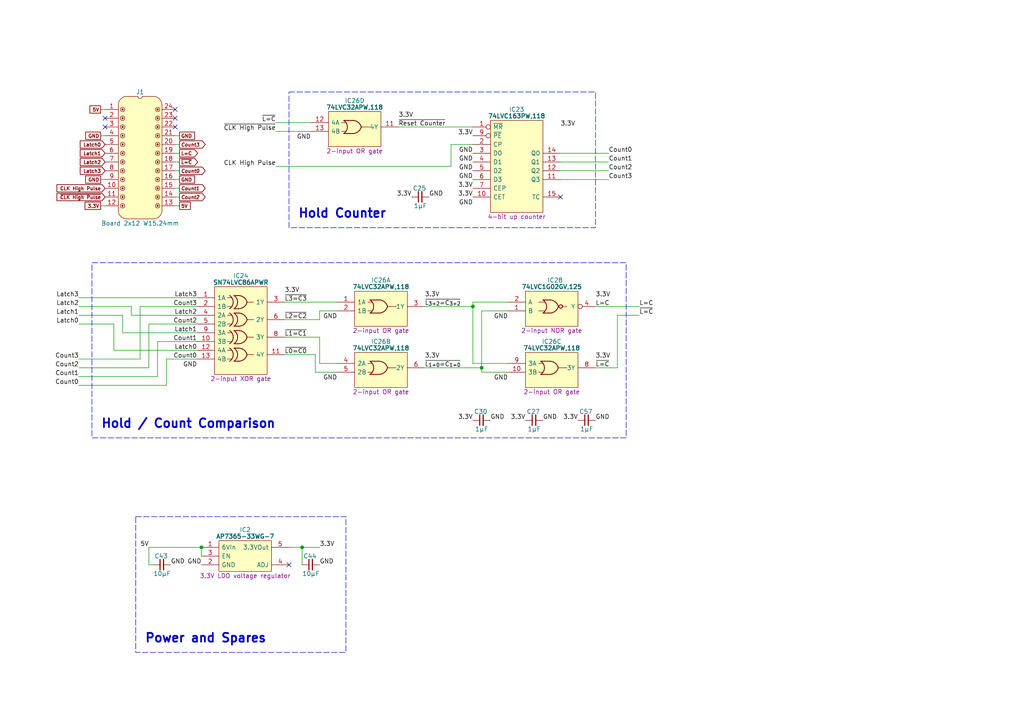
<source format=kicad_sch>
(kicad_sch
	(version 20250114)
	(generator "eeschema")
	(generator_version "9.0")
	(uuid "5ce90b85-49a2-4937-86c7-662b0d6f8431")
	(paper "A4")
	(title_block
		(title "Hold Count")
		(date "2026-01-29")
		(rev "V2")
	)
	(lib_symbols
		(symbol "Diodes_Inc:AP7365-33WG-7"
			(pin_names
				(offset 0.762)
			)
			(exclude_from_sim no)
			(in_bom yes)
			(on_board yes)
			(property "Reference" "IC"
				(at 12.7 5.08 0)
				(effects
					(font
						(size 1.27 1.27)
					)
				)
			)
			(property "Value" "AP7365-33WG-7"
				(at 12.7 3.175 0)
				(effects
					(font
						(size 1.27 1.27)
						(bold yes)
					)
				)
			)
			(property "Footprint" "SamacSys_Parts:SOT95P285X130-5N"
				(at 21.59 -14.605 0)
				(effects
					(font
						(size 1.27 1.27)
					)
					(justify left)
					(hide yes)
				)
			)
			(property "Datasheet" "https://componentsearchengine.com/Datasheets/1/AP7365-33WG-7.pdf"
				(at 21.59 -17.145 0)
				(effects
					(font
						(size 1.27 1.27)
					)
					(justify left)
					(hide yes)
				)
			)
			(property "Description" "3.3V LDO voltage regulator"
				(at 12.7 -8.255 0)
				(effects
					(font
						(size 1.27 1.27)
					)
				)
			)
			(property "Height" "1.3"
				(at 21.59 -19.685 0)
				(effects
					(font
						(size 1.27 1.27)
					)
					(justify left)
					(hide yes)
				)
			)
			(property "Manufacturer_Name" "Diodes Inc."
				(at 21.59 -22.225 0)
				(effects
					(font
						(size 1.27 1.27)
					)
					(justify left)
					(hide yes)
				)
			)
			(property "Manufacturer_Part_Number" "AP7365-33WG-7"
				(at 21.59 -24.765 0)
				(effects
					(font
						(size 1.27 1.27)
					)
					(justify left)
					(hide yes)
				)
			)
			(property "Mouser Part Number" "621-AP7365-33WG-7"
				(at 21.59 -27.305 0)
				(effects
					(font
						(size 1.27 1.27)
					)
					(justify left)
					(hide yes)
				)
			)
			(property "Mouser Price/Stock" "https://www.mouser.co.uk/ProductDetail/Diodes-Incorporated/AP7365-33WG-7?qs=abZ1nkZpTuOZFvxvoFPL0w%3D%3D"
				(at 21.59 -29.845 0)
				(effects
					(font
						(size 1.27 1.27)
					)
					(justify left)
					(hide yes)
				)
			)
			(property "Arrow Part Number" "AP7365-33WG-7"
				(at 21.59 -32.385 0)
				(effects
					(font
						(size 1.27 1.27)
					)
					(justify left)
					(hide yes)
				)
			)
			(property "Arrow Price/Stock" "https://www.arrow.com/en/products/ap7365-33wg-7/diodes-incorporated?region=nac"
				(at 21.59 -34.925 0)
				(effects
					(font
						(size 1.27 1.27)
					)
					(justify left)
					(hide yes)
				)
			)
			(property "Silkscreen" "AP7365"
				(at 21.59 -12.065 0)
				(effects
					(font
						(size 1.27 1.27)
					)
					(justify left)
					(hide yes)
				)
			)
			(symbol "AP7365-33WG-7_0_0"
				(pin input line
					(at 0 -2.54 0)
					(length 5.08)
					(name "EN"
						(effects
							(font
								(size 1.27 1.27)
							)
						)
					)
					(number "3"
						(effects
							(font
								(size 1.27 1.27)
							)
						)
					)
				)
				(pin passive line
					(at 0 -5.08 0)
					(length 5.08)
					(name "GND"
						(effects
							(font
								(size 1.27 1.27)
							)
						)
					)
					(number "2"
						(effects
							(font
								(size 1.27 1.27)
							)
						)
					)
				)
				(pin passive line
					(at 25.4 -5.08 180)
					(length 5.08)
					(name "ADJ"
						(effects
							(font
								(size 1.27 1.27)
							)
						)
					)
					(number "4"
						(effects
							(font
								(size 1.27 1.27)
							)
						)
					)
				)
			)
			(symbol "AP7365-33WG-7_0_1"
				(polyline
					(pts
						(xy 5.08 1.905) (xy 20.32 1.905) (xy 20.32 -6.985) (xy 5.08 -6.985) (xy 5.08 1.905)
					)
					(stroke
						(width 0)
						(type default)
					)
					(fill
						(type background)
					)
				)
			)
			(symbol "AP7365-33WG-7_1_0"
				(pin passive line
					(at 0 0 0)
					(length 5.08)
					(name "6VIn"
						(effects
							(font
								(size 1.27 1.27)
							)
						)
					)
					(number "1"
						(effects
							(font
								(size 1.27 1.27)
							)
						)
					)
				)
				(pin passive line
					(at 25.4 0 180)
					(length 5.08)
					(name "3.3VOut"
						(effects
							(font
								(size 1.27 1.27)
							)
						)
					)
					(number "5"
						(effects
							(font
								(size 1.27 1.27)
							)
						)
					)
				)
			)
			(embedded_fonts no)
		)
		(symbol "HCP65:Board_02x12_W15.24mm"
			(pin_names
				(offset 1.016)
				(hide yes)
			)
			(exclude_from_sim no)
			(in_bom yes)
			(on_board yes)
			(property "Reference" "J"
				(at 0 5.08 0)
				(effects
					(font
						(size 1.27 1.27)
					)
				)
			)
			(property "Value" "Board 2x12 W15.24mm"
				(at 0 -33.02 0)
				(effects
					(font
						(size 1.27 1.27)
					)
				)
			)
			(property "Footprint" "SamacSys_Parts:DIP-24_Board_W15.24mm"
				(at 0 -35.56 0)
				(effects
					(font
						(size 1.27 1.27)
					)
					(hide yes)
				)
			)
			(property "Datasheet" ""
				(at 0 -45.72 0)
				(effects
					(font
						(size 1.27 1.27)
					)
					(hide yes)
				)
			)
			(property "Description" ""
				(at 0 -17.78 0)
				(effects
					(font
						(size 1.27 1.27)
					)
					(hide yes)
				)
			)
			(property "ki_keywords" "HCP65 Connector Board"
				(at 0 0 0)
				(effects
					(font
						(size 1.27 1.27)
					)
					(hide yes)
				)
			)
			(property "ki_fp_filters" "Connector*:*_2x??_*"
				(at 0 0 0)
				(effects
					(font
						(size 1.27 1.27)
					)
					(hide yes)
				)
			)
			(symbol "Board_02x12_W15.24mm_0_1"
				(polyline
					(pts
						(xy -6.35 1.27) (xy -6.35 -29.21)
					)
					(stroke
						(width 0)
						(type default)
					)
					(fill
						(type none)
					)
				)
				(arc
					(start -3.8102 -31.7498)
					(mid -5.6063 -31.0059)
					(end -6.3502 -29.2098)
					(stroke
						(width 0)
						(type default)
					)
					(fill
						(type none)
					)
				)
				(arc
					(start -6.35 1.27)
					(mid -5.6061 3.0661)
					(end -3.81 3.81)
					(stroke
						(width 0)
						(type default)
					)
					(fill
						(type none)
					)
				)
				(polyline
					(pts
						(xy -3.81 3.81) (xy -0.635 3.81)
					)
					(stroke
						(width 0)
						(type default)
					)
					(fill
						(type none)
					)
				)
				(arc
					(start 0.635 3.81)
					(mid 0 3.175)
					(end -0.635 3.81)
					(stroke
						(width 0)
						(type default)
					)
					(fill
						(type none)
					)
				)
				(polyline
					(pts
						(xy 0.635 3.81) (xy 3.81 3.81)
					)
					(stroke
						(width 0)
						(type default)
					)
					(fill
						(type none)
					)
				)
				(polyline
					(pts
						(xy 3.8098 -31.7498) (xy -3.81 -31.75)
					)
					(stroke
						(width 0)
						(type default)
					)
					(fill
						(type none)
					)
				)
				(arc
					(start 3.81 3.81)
					(mid 5.6061 3.0661)
					(end 6.35 1.27)
					(stroke
						(width 0)
						(type default)
					)
					(fill
						(type none)
					)
				)
				(arc
					(start 6.3498 -29.2098)
					(mid 5.6059 -31.0059)
					(end 3.8098 -31.7498)
					(stroke
						(width 0)
						(type default)
					)
					(fill
						(type none)
					)
				)
				(polyline
					(pts
						(xy 6.35 -29.21) (xy 6.35 1.27)
					)
					(stroke
						(width 0)
						(type default)
					)
					(fill
						(type none)
					)
				)
			)
			(symbol "Board_02x12_W15.24mm_1_1"
				(polyline
					(pts
						(xy -6.35 1.27) (xy -6.096 2.286) (xy -5.588 3.048) (xy -4.826 3.556) (xy -4.064 3.81) (xy -0.762 3.81)
						(xy -0.508 3.302) (xy 0 3.048) (xy 0 -31.75) (xy -3.81 -31.75) (xy -4.826 -31.496) (xy -5.588 -30.988)
						(xy -6.096 -30.226) (xy -6.35 -29.464) (xy -6.35 1.27)
					)
					(stroke
						(width -0.0001)
						(type solid)
					)
					(fill
						(type background)
					)
				)
				(circle
					(center -5.08 0)
					(radius 0.0001)
					(stroke
						(width 0.3)
						(type solid)
					)
					(fill
						(type none)
					)
				)
				(circle
					(center -5.08 0)
					(radius 0.635)
					(stroke
						(width 0)
						(type solid)
					)
					(fill
						(type color)
						(color 255 255 255 1)
					)
				)
				(circle
					(center -5.08 -2.54)
					(radius 0.0001)
					(stroke
						(width 0.3)
						(type solid)
					)
					(fill
						(type none)
					)
				)
				(circle
					(center -5.08 -2.54)
					(radius 0.635)
					(stroke
						(width 0)
						(type solid)
					)
					(fill
						(type color)
						(color 255 255 255 1)
					)
				)
				(circle
					(center -5.08 -5.08)
					(radius 0.0001)
					(stroke
						(width 0.3)
						(type solid)
					)
					(fill
						(type none)
					)
				)
				(circle
					(center -5.08 -5.08)
					(radius 0.635)
					(stroke
						(width 0)
						(type solid)
					)
					(fill
						(type color)
						(color 255 255 255 1)
					)
				)
				(circle
					(center -5.08 -7.62)
					(radius 0.0001)
					(stroke
						(width 0.3)
						(type solid)
					)
					(fill
						(type none)
					)
				)
				(circle
					(center -5.08 -7.62)
					(radius 0.635)
					(stroke
						(width 0)
						(type solid)
					)
					(fill
						(type color)
						(color 255 255 255 1)
					)
				)
				(circle
					(center -5.08 -10.16)
					(radius 0.0001)
					(stroke
						(width 0.3)
						(type solid)
					)
					(fill
						(type none)
					)
				)
				(circle
					(center -5.08 -10.16)
					(radius 0.635)
					(stroke
						(width 0)
						(type solid)
					)
					(fill
						(type color)
						(color 255 255 255 1)
					)
				)
				(circle
					(center -5.08 -12.7)
					(radius 0.0001)
					(stroke
						(width 0.3)
						(type solid)
					)
					(fill
						(type none)
					)
				)
				(circle
					(center -5.08 -12.7)
					(radius 0.635)
					(stroke
						(width 0)
						(type solid)
					)
					(fill
						(type color)
						(color 255 255 255 1)
					)
				)
				(circle
					(center -5.08 -15.24)
					(radius 0.0001)
					(stroke
						(width 0.3)
						(type solid)
					)
					(fill
						(type none)
					)
				)
				(circle
					(center -5.08 -15.24)
					(radius 0.635)
					(stroke
						(width 0)
						(type solid)
					)
					(fill
						(type color)
						(color 255 255 255 1)
					)
				)
				(circle
					(center -5.08 -17.78)
					(radius 0.0001)
					(stroke
						(width 0.3)
						(type solid)
					)
					(fill
						(type none)
					)
				)
				(circle
					(center -5.08 -17.78)
					(radius 0.635)
					(stroke
						(width 0)
						(type solid)
					)
					(fill
						(type color)
						(color 255 255 255 1)
					)
				)
				(circle
					(center -5.08 -20.32)
					(radius 0.0001)
					(stroke
						(width 0.3)
						(type solid)
					)
					(fill
						(type none)
					)
				)
				(circle
					(center -5.08 -20.32)
					(radius 0.635)
					(stroke
						(width 0)
						(type solid)
					)
					(fill
						(type color)
						(color 255 255 255 1)
					)
				)
				(circle
					(center -5.08 -22.86)
					(radius 0.0001)
					(stroke
						(width 0.3)
						(type solid)
					)
					(fill
						(type none)
					)
				)
				(circle
					(center -5.08 -22.86)
					(radius 0.635)
					(stroke
						(width 0)
						(type solid)
					)
					(fill
						(type color)
						(color 255 255 255 1)
					)
				)
				(circle
					(center -5.08 -25.4)
					(radius 0.0001)
					(stroke
						(width 0.3)
						(type solid)
					)
					(fill
						(type none)
					)
				)
				(circle
					(center -5.08 -25.4)
					(radius 0.635)
					(stroke
						(width 0)
						(type solid)
					)
					(fill
						(type color)
						(color 255 255 255 1)
					)
				)
				(circle
					(center -5.08 -27.94)
					(radius 0.0001)
					(stroke
						(width 0.3)
						(type solid)
					)
					(fill
						(type none)
					)
				)
				(circle
					(center -5.08 -27.94)
					(radius 0.635)
					(stroke
						(width 0)
						(type solid)
					)
					(fill
						(type color)
						(color 255 255 255 1)
					)
				)
				(circle
					(center 5.08 0)
					(radius 0.0001)
					(stroke
						(width 0.3)
						(type solid)
					)
					(fill
						(type none)
					)
				)
				(circle
					(center 5.08 0)
					(radius 0.635)
					(stroke
						(width 0)
						(type solid)
					)
					(fill
						(type color)
						(color 255 255 255 1)
					)
				)
				(circle
					(center 5.08 -2.54)
					(radius 0.0001)
					(stroke
						(width 0.3)
						(type solid)
					)
					(fill
						(type none)
					)
				)
				(circle
					(center 5.08 -2.54)
					(radius 0.635)
					(stroke
						(width 0)
						(type solid)
					)
					(fill
						(type color)
						(color 255 255 255 1)
					)
				)
				(circle
					(center 5.08 -5.08)
					(radius 0.0001)
					(stroke
						(width 0.3)
						(type solid)
					)
					(fill
						(type none)
					)
				)
				(circle
					(center 5.08 -5.08)
					(radius 0.635)
					(stroke
						(width 0)
						(type solid)
					)
					(fill
						(type color)
						(color 255 255 255 1)
					)
				)
				(circle
					(center 5.08 -7.62)
					(radius 0.0001)
					(stroke
						(width 0.3)
						(type solid)
					)
					(fill
						(type none)
					)
				)
				(circle
					(center 5.08 -7.62)
					(radius 0.635)
					(stroke
						(width 0)
						(type solid)
					)
					(fill
						(type color)
						(color 255 255 255 1)
					)
				)
				(circle
					(center 5.08 -10.16)
					(radius 0.0001)
					(stroke
						(width 0.3)
						(type solid)
					)
					(fill
						(type none)
					)
				)
				(circle
					(center 5.08 -10.16)
					(radius 0.635)
					(stroke
						(width 0)
						(type solid)
					)
					(fill
						(type color)
						(color 255 255 255 1)
					)
				)
				(circle
					(center 5.08 -12.7)
					(radius 0.0001)
					(stroke
						(width 0.3)
						(type solid)
					)
					(fill
						(type none)
					)
				)
				(circle
					(center 5.08 -12.7)
					(radius 0.635)
					(stroke
						(width 0)
						(type solid)
					)
					(fill
						(type color)
						(color 255 255 255 1)
					)
				)
				(circle
					(center 5.08 -15.24)
					(radius 0.0001)
					(stroke
						(width 0.3)
						(type solid)
					)
					(fill
						(type none)
					)
				)
				(circle
					(center 5.08 -15.24)
					(radius 0.635)
					(stroke
						(width 0)
						(type solid)
					)
					(fill
						(type color)
						(color 255 255 255 1)
					)
				)
				(circle
					(center 5.08 -17.78)
					(radius 0.0001)
					(stroke
						(width 0.3)
						(type solid)
					)
					(fill
						(type none)
					)
				)
				(circle
					(center 5.08 -17.78)
					(radius 0.635)
					(stroke
						(width 0)
						(type solid)
					)
					(fill
						(type color)
						(color 255 255 255 1)
					)
				)
				(circle
					(center 5.08 -20.32)
					(radius 0.0001)
					(stroke
						(width 0.3)
						(type solid)
					)
					(fill
						(type none)
					)
				)
				(circle
					(center 5.08 -20.32)
					(radius 0.635)
					(stroke
						(width 0)
						(type solid)
					)
					(fill
						(type color)
						(color 255 255 255 1)
					)
				)
				(circle
					(center 5.08 -22.86)
					(radius 0.0001)
					(stroke
						(width 0.3)
						(type solid)
					)
					(fill
						(type none)
					)
				)
				(circle
					(center 5.08 -22.86)
					(radius 0.635)
					(stroke
						(width 0)
						(type solid)
					)
					(fill
						(type color)
						(color 255 255 255 1)
					)
				)
				(circle
					(center 5.08 -25.4)
					(radius 0.0001)
					(stroke
						(width 0.3)
						(type solid)
					)
					(fill
						(type none)
					)
				)
				(circle
					(center 5.08 -25.4)
					(radius 0.635)
					(stroke
						(width 0)
						(type solid)
					)
					(fill
						(type color)
						(color 255 255 255 1)
					)
				)
				(circle
					(center 5.08 -27.94)
					(radius 0.0001)
					(stroke
						(width 0.3)
						(type solid)
					)
					(fill
						(type none)
					)
				)
				(circle
					(center 5.08 -27.94)
					(radius 0.635)
					(stroke
						(width 0)
						(type solid)
					)
					(fill
						(type color)
						(color 255 255 255 1)
					)
				)
				(polyline
					(pts
						(xy 6.35 1.27) (xy 6.096 2.286) (xy 5.588 3.048) (xy 4.826 3.556) (xy 4.064 3.81) (xy 0.762 3.81)
						(xy 0.508 3.302) (xy 0 3.048) (xy 0 -31.75) (xy 3.81 -31.75) (xy 4.826 -31.496) (xy 5.588 -30.988)
						(xy 6.096 -30.226) (xy 6.35 -29.464) (xy 6.35 1.27)
					)
					(stroke
						(width -0.0001)
						(type solid)
					)
					(fill
						(type background)
					)
				)
				(pin passive line
					(at -10.16 0 0)
					(length 3.81)
					(name ""
						(effects
							(font
								(size 1.27 1.27)
							)
						)
					)
					(number "1"
						(effects
							(font
								(size 1.27 1.27)
							)
						)
					)
				)
				(pin passive line
					(at -10.16 -2.54 0)
					(length 3.81)
					(name ""
						(effects
							(font
								(size 1.27 1.27)
							)
						)
					)
					(number "2"
						(effects
							(font
								(size 1.27 1.27)
							)
						)
					)
				)
				(pin passive line
					(at -10.16 -5.08 0)
					(length 3.81)
					(name ""
						(effects
							(font
								(size 1.27 1.27)
							)
						)
					)
					(number "3"
						(effects
							(font
								(size 1.27 1.27)
							)
						)
					)
				)
				(pin passive line
					(at -10.16 -7.62 0)
					(length 3.81)
					(name ""
						(effects
							(font
								(size 1.27 1.27)
							)
						)
					)
					(number "4"
						(effects
							(font
								(size 1.27 1.27)
							)
						)
					)
				)
				(pin passive line
					(at -10.16 -10.16 0)
					(length 3.81)
					(name ""
						(effects
							(font
								(size 1.27 1.27)
							)
						)
					)
					(number "5"
						(effects
							(font
								(size 1.27 1.27)
							)
						)
					)
				)
				(pin passive line
					(at -10.16 -12.7 0)
					(length 3.81)
					(name ""
						(effects
							(font
								(size 1.27 1.27)
							)
						)
					)
					(number "6"
						(effects
							(font
								(size 1.27 1.27)
							)
						)
					)
				)
				(pin passive line
					(at -10.16 -15.24 0)
					(length 3.81)
					(name ""
						(effects
							(font
								(size 1.27 1.27)
							)
						)
					)
					(number "7"
						(effects
							(font
								(size 1.27 1.27)
							)
						)
					)
				)
				(pin passive line
					(at -10.16 -17.78 0)
					(length 3.81)
					(name ""
						(effects
							(font
								(size 1.27 1.27)
							)
						)
					)
					(number "8"
						(effects
							(font
								(size 1.27 1.27)
							)
						)
					)
				)
				(pin passive line
					(at -10.16 -20.32 0)
					(length 3.81)
					(name ""
						(effects
							(font
								(size 1.27 1.27)
							)
						)
					)
					(number "9"
						(effects
							(font
								(size 1.27 1.27)
							)
						)
					)
				)
				(pin passive line
					(at -10.16 -22.86 0)
					(length 3.81)
					(name ""
						(effects
							(font
								(size 1.27 1.27)
							)
						)
					)
					(number "10"
						(effects
							(font
								(size 1.27 1.27)
							)
						)
					)
				)
				(pin passive line
					(at -10.16 -25.4 0)
					(length 3.81)
					(name ""
						(effects
							(font
								(size 1.27 1.27)
							)
						)
					)
					(number "11"
						(effects
							(font
								(size 1.27 1.27)
							)
						)
					)
				)
				(pin passive line
					(at -10.16 -27.94 0)
					(length 3.81)
					(name ""
						(effects
							(font
								(size 1.27 1.27)
							)
						)
					)
					(number "12"
						(effects
							(font
								(size 1.27 1.27)
							)
						)
					)
				)
				(pin passive line
					(at 10.16 0 180)
					(length 3.81)
					(name ""
						(effects
							(font
								(size 1.27 1.27)
							)
						)
					)
					(number "24"
						(effects
							(font
								(size 1.27 1.27)
							)
						)
					)
				)
				(pin passive line
					(at 10.16 -2.54 180)
					(length 3.81)
					(name ""
						(effects
							(font
								(size 1.27 1.27)
							)
						)
					)
					(number "23"
						(effects
							(font
								(size 1.27 1.27)
							)
						)
					)
				)
				(pin passive line
					(at 10.16 -5.08 180)
					(length 3.81)
					(name ""
						(effects
							(font
								(size 1.27 1.27)
							)
						)
					)
					(number "22"
						(effects
							(font
								(size 1.27 1.27)
							)
						)
					)
				)
				(pin passive line
					(at 10.16 -7.62 180)
					(length 3.81)
					(name ""
						(effects
							(font
								(size 1.27 1.27)
							)
						)
					)
					(number "21"
						(effects
							(font
								(size 1.27 1.27)
							)
						)
					)
				)
				(pin passive line
					(at 10.16 -10.16 180)
					(length 3.81)
					(name ""
						(effects
							(font
								(size 1.27 1.27)
							)
						)
					)
					(number "20"
						(effects
							(font
								(size 1.27 1.27)
							)
						)
					)
				)
				(pin passive line
					(at 10.16 -12.7 180)
					(length 3.81)
					(name ""
						(effects
							(font
								(size 1.27 1.27)
							)
						)
					)
					(number "19"
						(effects
							(font
								(size 1.27 1.27)
							)
						)
					)
				)
				(pin passive line
					(at 10.16 -15.24 180)
					(length 3.81)
					(name ""
						(effects
							(font
								(size 1.27 1.27)
							)
						)
					)
					(number "18"
						(effects
							(font
								(size 1.27 1.27)
							)
						)
					)
				)
				(pin passive line
					(at 10.16 -17.78 180)
					(length 3.81)
					(name ""
						(effects
							(font
								(size 1.27 1.27)
							)
						)
					)
					(number "17"
						(effects
							(font
								(size 1.27 1.27)
							)
						)
					)
				)
				(pin passive line
					(at 10.16 -20.32 180)
					(length 3.81)
					(name ""
						(effects
							(font
								(size 1.27 1.27)
							)
						)
					)
					(number "16"
						(effects
							(font
								(size 1.27 1.27)
							)
						)
					)
				)
				(pin passive line
					(at 10.16 -22.86 180)
					(length 3.81)
					(name ""
						(effects
							(font
								(size 1.27 1.27)
							)
						)
					)
					(number "15"
						(effects
							(font
								(size 1.27 1.27)
							)
						)
					)
				)
				(pin passive line
					(at 10.16 -25.4 180)
					(length 3.81)
					(name ""
						(effects
							(font
								(size 1.27 1.27)
							)
						)
					)
					(number "14"
						(effects
							(font
								(size 1.27 1.27)
							)
						)
					)
				)
				(pin passive line
					(at 10.16 -27.94 180)
					(length 3.81)
					(name ""
						(effects
							(font
								(size 1.27 1.27)
							)
						)
					)
					(number "13"
						(effects
							(font
								(size 1.27 1.27)
							)
						)
					)
				)
			)
			(embedded_fonts no)
		)
		(symbol "HCP65:C_0805"
			(pin_numbers
				(hide yes)
			)
			(pin_names
				(offset 0.254)
				(hide yes)
			)
			(exclude_from_sim no)
			(in_bom yes)
			(on_board yes)
			(property "Reference" "C"
				(at 2.286 2.54 0)
				(effects
					(font
						(size 1.27 1.27)
					)
				)
			)
			(property "Value" "?μF"
				(at 2.54 -2.54 0)
				(effects
					(font
						(size 1.27 1.27)
					)
				)
			)
			(property "Footprint" "SamacSys_Parts:C_0805"
				(at 16.764 -7.62 0)
				(effects
					(font
						(size 1.27 1.27)
					)
					(hide yes)
				)
			)
			(property "Datasheet" ""
				(at 2.2225 0.3175 90)
				(effects
					(font
						(size 1.27 1.27)
					)
					(hide yes)
				)
			)
			(property "Description" ""
				(at 0 0 0)
				(effects
					(font
						(size 1.27 1.27)
					)
					(hide yes)
				)
			)
			(property "ki_keywords" "capacitor cap"
				(at 0 0 0)
				(effects
					(font
						(size 1.27 1.27)
					)
					(hide yes)
				)
			)
			(property "ki_fp_filters" "C_*"
				(at 0 0 0)
				(effects
					(font
						(size 1.27 1.27)
					)
					(hide yes)
				)
			)
			(symbol "C_0805_0_1"
				(polyline
					(pts
						(xy 1.9685 -1.4605) (xy 1.9685 1.5875)
					)
					(stroke
						(width 0.3048)
						(type default)
					)
					(fill
						(type none)
					)
				)
				(polyline
					(pts
						(xy 2.9845 -1.4605) (xy 2.9845 1.5875)
					)
					(stroke
						(width 0.3302)
						(type default)
					)
					(fill
						(type none)
					)
				)
			)
			(symbol "C_0805_1_1"
				(pin passive line
					(at 0 0 0)
					(length 2.032)
					(name "~"
						(effects
							(font
								(size 1.27 1.27)
							)
						)
					)
					(number "1"
						(effects
							(font
								(size 1.27 1.27)
							)
						)
					)
				)
				(pin passive line
					(at 5.08 0 180)
					(length 2.032)
					(name "~"
						(effects
							(font
								(size 1.27 1.27)
							)
						)
					)
					(number "2"
						(effects
							(font
								(size 1.27 1.27)
							)
						)
					)
				)
			)
			(embedded_fonts no)
		)
		(symbol "Nexperia:74LVC163PW,118"
			(pin_names
				(offset 0.762)
			)
			(exclude_from_sim no)
			(in_bom yes)
			(on_board yes)
			(property "Reference" "IC"
				(at 12.7 5.08 0)
				(effects
					(font
						(size 1.27 1.27)
					)
				)
			)
			(property "Value" "74LVC163PW,118"
				(at 12.7 3.175 0)
				(effects
					(font
						(size 1.27 1.27)
						(bold yes)
					)
				)
			)
			(property "Footprint" "SamacSys_Parts:SOP65P640X110-16N"
				(at 36.83 -20.32 0)
				(effects
					(font
						(size 1.27 1.27)
					)
					(justify left)
					(hide yes)
				)
			)
			(property "Datasheet" "https://assets.nexperia.com/documents/data-sheet/74LVC163.pdf"
				(at 36.83 -22.86 0)
				(effects
					(font
						(size 1.27 1.27)
					)
					(justify left)
					(hide yes)
				)
			)
			(property "Description" "4-bit up counter"
				(at 12.7 -26.035 0)
				(effects
					(font
						(size 1.27 1.27)
					)
				)
			)
			(property "Height" "1.1"
				(at 36.83 -27.94 0)
				(effects
					(font
						(size 1.27 1.27)
					)
					(justify left)
					(hide yes)
				)
			)
			(property "Mouser Part Number" "771-74LVC163PW-T"
				(at 36.83 -30.48 0)
				(effects
					(font
						(size 1.27 1.27)
					)
					(justify left)
					(hide yes)
				)
			)
			(property "Mouser Price/Stock" "https://www.mouser.co.uk/ProductDetail/Nexperia/74LVC163PW118?qs=me8TqzrmIYUWRf9xrCNBjw%3D%3D"
				(at 36.83 -33.02 0)
				(effects
					(font
						(size 1.27 1.27)
					)
					(justify left)
					(hide yes)
				)
			)
			(property "Manufacturer_Name" "Nexperia"
				(at 36.83 -25.4 0)
				(effects
					(font
						(size 1.27 1.27)
					)
					(justify left)
					(hide yes)
				)
			)
			(property "Manufacturer_Part_Number" "74LVC163PW,118"
				(at 36.83 -38.1 0)
				(effects
					(font
						(size 1.27 1.27)
					)
					(justify left)
					(hide yes)
				)
			)
			(property "Silkscreen" "74LVC163"
				(at 12.7 -27.94 0)
				(effects
					(font
						(size 1.27 1.27)
					)
					(hide yes)
				)
			)
			(property "Garbage" "74LVC163 - Presettable synchronous 4-bit binary counter; synchronous reset@en-us"
				(at 0 0 0)
				(effects
					(font
						(size 1.27 1.27)
					)
					(hide yes)
				)
			)
			(symbol "74LVC163PW,118_0_0"
				(pin input inverted
					(at 0 0 0)
					(length 5.08)
					(name "~{MR}"
						(effects
							(font
								(size 1.27 1.27)
							)
						)
					)
					(number "1"
						(effects
							(font
								(size 1.27 1.27)
							)
						)
					)
				)
				(pin input inverted
					(at 0 -2.54 0)
					(length 5.08)
					(name "~{PE}"
						(effects
							(font
								(size 1.27 1.27)
							)
						)
					)
					(number "9"
						(effects
							(font
								(size 1.27 1.27)
							)
						)
					)
				)
				(pin input line
					(at 0 -5.08 0)
					(length 5.08)
					(name "CP"
						(effects
							(font
								(size 1.27 1.27)
							)
						)
					)
					(number "2"
						(effects
							(font
								(size 1.27 1.27)
							)
						)
					)
				)
				(pin input line
					(at 0 -7.62 0)
					(length 5.08)
					(name "D0"
						(effects
							(font
								(size 1.27 1.27)
							)
						)
					)
					(number "3"
						(effects
							(font
								(size 1.27 1.27)
							)
						)
					)
				)
				(pin input line
					(at 0 -10.16 0)
					(length 5.08)
					(name "D1"
						(effects
							(font
								(size 1.27 1.27)
							)
						)
					)
					(number "4"
						(effects
							(font
								(size 1.27 1.27)
							)
						)
					)
				)
				(pin input line
					(at 0 -12.7 0)
					(length 5.08)
					(name "D2"
						(effects
							(font
								(size 1.27 1.27)
							)
						)
					)
					(number "5"
						(effects
							(font
								(size 1.27 1.27)
							)
						)
					)
				)
				(pin input line
					(at 0 -15.24 0)
					(length 5.08)
					(name "D3"
						(effects
							(font
								(size 1.27 1.27)
							)
						)
					)
					(number "6"
						(effects
							(font
								(size 1.27 1.27)
							)
						)
					)
				)
				(pin input line
					(at 0 -17.78 0)
					(length 5.08)
					(name "CEP"
						(effects
							(font
								(size 1.27 1.27)
							)
						)
					)
					(number "7"
						(effects
							(font
								(size 1.27 1.27)
							)
						)
					)
				)
				(pin input line
					(at 0 -20.32 0)
					(length 5.08)
					(name "CET"
						(effects
							(font
								(size 1.27 1.27)
							)
						)
					)
					(number "10"
						(effects
							(font
								(size 1.27 1.27)
							)
						)
					)
				)
				(pin passive line
					(at 0 -22.86 0)
					(length 5.08)
					(hide yes)
					(name "GND"
						(effects
							(font
								(size 1.27 1.27)
							)
						)
					)
					(number "8"
						(effects
							(font
								(size 1.27 1.27)
							)
						)
					)
				)
				(pin passive line
					(at 25.4 0 180)
					(length 5.08)
					(hide yes)
					(name "3V"
						(effects
							(font
								(size 1.27 1.27)
							)
						)
					)
					(number "16"
						(effects
							(font
								(size 1.27 1.27)
							)
						)
					)
				)
				(pin output line
					(at 25.4 -7.62 180)
					(length 5.08)
					(name "Q0"
						(effects
							(font
								(size 1.27 1.27)
							)
						)
					)
					(number "14"
						(effects
							(font
								(size 1.27 1.27)
							)
						)
					)
				)
				(pin output line
					(at 25.4 -10.16 180)
					(length 5.08)
					(name "Q1"
						(effects
							(font
								(size 1.27 1.27)
							)
						)
					)
					(number "13"
						(effects
							(font
								(size 1.27 1.27)
							)
						)
					)
				)
				(pin output line
					(at 25.4 -12.7 180)
					(length 5.08)
					(name "Q2"
						(effects
							(font
								(size 1.27 1.27)
							)
						)
					)
					(number "12"
						(effects
							(font
								(size 1.27 1.27)
							)
						)
					)
				)
				(pin output line
					(at 25.4 -15.24 180)
					(length 5.08)
					(name "Q3"
						(effects
							(font
								(size 1.27 1.27)
							)
						)
					)
					(number "11"
						(effects
							(font
								(size 1.27 1.27)
							)
						)
					)
				)
				(pin output line
					(at 25.4 -20.32 180)
					(length 5.08)
					(name "TC"
						(effects
							(font
								(size 1.27 1.27)
							)
						)
					)
					(number "15"
						(effects
							(font
								(size 1.27 1.27)
							)
						)
					)
				)
			)
			(symbol "74LVC163PW,118_0_1"
				(polyline
					(pts
						(xy 5.08 1.905) (xy 20.32 1.905) (xy 20.32 -24.765) (xy 5.08 -24.765) (xy 5.08 1.905)
					)
					(stroke
						(width 0.1524)
						(type default)
					)
					(fill
						(type background)
					)
				)
			)
			(embedded_fonts no)
		)
		(symbol "Nexperia:74LVC1G02GV,125"
			(pin_names
				(offset 0.762)
			)
			(exclude_from_sim no)
			(in_bom yes)
			(on_board yes)
			(property "Reference" "IC"
				(at 11.43 6.35 0)
				(effects
					(font
						(size 1.27 1.27)
					)
					(justify left)
				)
			)
			(property "Value" "74LVC1G02GV,125"
				(at 3.81 4.445 0)
				(effects
					(font
						(size 1.27 1.27)
						(bold yes)
					)
					(justify left)
				)
			)
			(property "Footprint" "SamacSys_Parts:SOT95P275X110-5N"
				(at 21.59 -16.51 0)
				(effects
					(font
						(size 1.27 1.27)
					)
					(justify left)
					(hide yes)
				)
			)
			(property "Datasheet" "https://assets.nexperia.com/documents/data-sheet/74LVC1G02.pdf"
				(at 21.59 -19.05 0)
				(effects
					(font
						(size 1.27 1.27)
					)
					(justify left)
					(hide yes)
				)
			)
			(property "Description" "2-input NOR gate"
				(at 3.81 -8.255 0)
				(effects
					(font
						(size 1.27 1.27)
					)
					(justify left)
				)
			)
			(property "Height" "1.1"
				(at 21.59 -24.13 0)
				(effects
					(font
						(size 1.27 1.27)
					)
					(justify left)
					(hide yes)
				)
			)
			(property "Manufacturer_Name" "Nexperia"
				(at 21.59 -26.67 0)
				(effects
					(font
						(size 1.27 1.27)
					)
					(justify left)
					(hide yes)
				)
			)
			(property "Manufacturer_Part_Number" "74LVC1G02GV,125"
				(at 21.59 -29.21 0)
				(effects
					(font
						(size 1.27 1.27)
					)
					(justify left)
					(hide yes)
				)
			)
			(property "Mouser Part Number" "771-LVC1G02GV125"
				(at 21.59 -31.75 0)
				(effects
					(font
						(size 1.27 1.27)
					)
					(justify left)
					(hide yes)
				)
			)
			(property "Mouser Price/Stock" "https://www.mouser.co.uk/ProductDetail/Nexperia/74LVC1G02GV125?qs=me8TqzrmIYX6GMf4PLx9gg%3D%3D"
				(at 21.59 -34.29 0)
				(effects
					(font
						(size 1.27 1.27)
					)
					(justify left)
					(hide yes)
				)
			)
			(property "Silkscreen" "'1G02"
				(at 12.7 -10.795 0)
				(effects
					(font
						(size 1.27 1.27)
					)
					(hide yes)
				)
			)
			(symbol "74LVC1G02GV,125_0_0"
				(pin input line
					(at 0 0 0)
					(length 5.08)
					(name "A"
						(effects
							(font
								(size 1.27 1.27)
							)
						)
					)
					(number "2"
						(effects
							(font
								(size 1.27 1.27)
							)
						)
					)
				)
				(pin input line
					(at 0 -2.54 0)
					(length 5.08)
					(name "B"
						(effects
							(font
								(size 1.27 1.27)
							)
						)
					)
					(number "1"
						(effects
							(font
								(size 1.27 1.27)
							)
						)
					)
				)
				(pin passive line
					(at 0 -5.08 0)
					(length 5.08)
					(hide yes)
					(name "GND"
						(effects
							(font
								(size 1.27 1.27)
							)
						)
					)
					(number "3"
						(effects
							(font
								(size 1.27 1.27)
							)
						)
					)
				)
				(pin passive line
					(at 25.4 1.27 180)
					(length 5.08)
					(hide yes)
					(name "3V"
						(effects
							(font
								(size 1.27 1.27)
							)
						)
					)
					(number "5"
						(effects
							(font
								(size 1.27 1.27)
							)
						)
					)
				)
				(pin output inverted
					(at 25.4 -1.27 180)
					(length 5.08)
					(name "Y"
						(effects
							(font
								(size 1.27 1.27)
							)
						)
					)
					(number "4"
						(effects
							(font
								(size 1.27 1.27)
							)
						)
					)
				)
			)
			(symbol "74LVC1G02GV,125_0_1"
				(polyline
					(pts
						(xy 5.08 3.175) (xy 20.32 3.175) (xy 20.32 -6.985) (xy 5.08 -6.985) (xy 5.08 3.175)
					)
					(stroke
						(width 0.1524)
						(type default)
					)
					(fill
						(type background)
					)
				)
				(polyline
					(pts
						(xy 8.89 0) (xy 10.795 0)
					)
					(stroke
						(width 0)
						(type default)
					)
					(fill
						(type none)
					)
				)
				(polyline
					(pts
						(xy 8.89 -2.54) (xy 10.795 -2.54)
					)
					(stroke
						(width 0)
						(type default)
					)
					(fill
						(type none)
					)
				)
				(arc
					(start 10.16 0.635)
					(mid 11.2105 -1.27)
					(end 10.16 -3.175)
					(stroke
						(width 0.254)
						(type default)
					)
					(fill
						(type none)
					)
				)
				(polyline
					(pts
						(xy 12.065 0.635) (xy 10.16 0.635)
					)
					(stroke
						(width 0.254)
						(type default)
					)
					(fill
						(type background)
					)
				)
				(polyline
					(pts
						(xy 12.065 -3.175) (xy 10.16 -3.175)
					)
					(stroke
						(width 0.254)
						(type default)
					)
					(fill
						(type background)
					)
				)
				(arc
					(start 14.605 -1.27)
					(mid 13.6635 -2.6605)
					(end 12.065 -3.175)
					(stroke
						(width 0.254)
						(type default)
					)
					(fill
						(type none)
					)
				)
				(arc
					(start 12.065 0.635)
					(mid 13.664 0.1212)
					(end 14.605 -1.27)
					(stroke
						(width 0.254)
						(type default)
					)
					(fill
						(type none)
					)
				)
				(circle
					(center 15.328 -1.27)
					(radius 0.508)
					(stroke
						(width 0.254)
						(type default)
					)
					(fill
						(type none)
					)
				)
				(polyline
					(pts
						(xy 15.963 -1.27) (xy 17.145 -1.27)
					)
					(stroke
						(width 0)
						(type default)
					)
					(fill
						(type none)
					)
				)
			)
			(embedded_fonts no)
		)
		(symbol "Nexperia:74LVC32APW,118_Multi"
			(pin_names
				(offset 0.762)
			)
			(exclude_from_sim no)
			(in_bom yes)
			(on_board yes)
			(property "Reference" "IC"
				(at 12.7 6.35 0)
				(effects
					(font
						(size 1.27 1.27)
					)
				)
			)
			(property "Value" "74LVC32APW,118"
				(at 12.7 4.445 0)
				(effects
					(font
						(size 1.27 1.27)
						(bold yes)
					)
				)
			)
			(property "Footprint" "SamacSys_Parts:SOP65P640X110-14N"
				(at 26.67 -11.43 0)
				(effects
					(font
						(size 1.27 1.27)
					)
					(justify left)
					(hide yes)
				)
			)
			(property "Datasheet" "https://assets.nexperia.com/documents/data-sheet/74LVC32A.pdf"
				(at 26.67 -29.21 0)
				(effects
					(font
						(size 1.27 1.27)
					)
					(justify left)
					(hide yes)
				)
			)
			(property "Description" "2-input OR gate"
				(at 12.7 -8.255 0)
				(effects
					(font
						(size 1.27 1.27)
					)
				)
			)
			(property "Height" "1.1"
				(at 26.67 -13.97 0)
				(effects
					(font
						(size 1.27 1.27)
					)
					(justify left)
					(hide yes)
				)
			)
			(property "Manufacturer_Name" "Nexperia"
				(at 26.67 -16.51 0)
				(effects
					(font
						(size 1.27 1.27)
					)
					(justify left)
					(hide yes)
				)
			)
			(property "Manufacturer_Part_Number" "74LVC32APW,118"
				(at 26.67 -19.05 0)
				(effects
					(font
						(size 1.27 1.27)
					)
					(justify left)
					(hide yes)
				)
			)
			(property "Mouser Part Number" "771-74LVC32APW-T"
				(at 26.67 -21.59 0)
				(effects
					(font
						(size 1.27 1.27)
					)
					(justify left)
					(hide yes)
				)
			)
			(property "Mouser Price/Stock" "https://www.mouser.com/Search/Refine.aspx?Keyword=771-74LVC32APW-T"
				(at 26.67 -24.13 0)
				(effects
					(font
						(size 1.27 1.27)
					)
					(justify left)
					(hide yes)
				)
			)
			(property "Silkscreen" "74LVC32"
				(at 26.67 -26.67 0)
				(effects
					(font
						(size 1.27 1.27)
					)
					(justify left)
					(hide yes)
				)
			)
			(symbol "74LVC32APW,118_Multi_0_0"
				(pin passive line
					(at 0 -5.08 0)
					(length 5.08)
					(hide yes)
					(name "GND"
						(effects
							(font
								(size 1.27 1.27)
							)
						)
					)
					(number "7"
						(effects
							(font
								(size 1.27 1.27)
							)
						)
					)
				)
				(pin passive line
					(at 25.4 1.27 180)
					(length 5.08)
					(hide yes)
					(name "3V"
						(effects
							(font
								(size 1.27 1.27)
							)
						)
					)
					(number "14"
						(effects
							(font
								(size 1.27 1.27)
							)
						)
					)
				)
			)
			(symbol "74LVC32APW,118_Multi_0_1"
				(polyline
					(pts
						(xy 5.08 3.175) (xy 20.32 3.175) (xy 20.32 -6.985) (xy 5.08 -6.985) (xy 5.08 3.175)
					)
					(stroke
						(width 0.1524)
						(type default)
					)
					(fill
						(type background)
					)
				)
				(arc
					(start 9.525 0.635)
					(mid 10.5849 -1.27)
					(end 9.525 -3.175)
					(stroke
						(width 0.254)
						(type default)
					)
					(fill
						(type none)
					)
				)
				(polyline
					(pts
						(xy 8.89 0) (xy 10.1599 0)
					)
					(stroke
						(width 0)
						(type default)
					)
					(fill
						(type none)
					)
				)
				(polyline
					(pts
						(xy 8.89 -2.54) (xy 10.1599 -2.54)
					)
					(stroke
						(width 0)
						(type default)
					)
					(fill
						(type none)
					)
				)
				(polyline
					(pts
						(xy 12.065 0.635) (xy 9.525 0.635)
					)
					(stroke
						(width 0.254)
						(type default)
					)
					(fill
						(type background)
					)
				)
				(polyline
					(pts
						(xy 12.065 -3.175) (xy 9.525 -3.175)
					)
					(stroke
						(width 0.254)
						(type default)
					)
					(fill
						(type background)
					)
				)
				(arc
					(start 14.605 -1.27)
					(mid 13.6633 -2.6604)
					(end 12.065 -3.175)
					(stroke
						(width 0.254)
						(type default)
					)
					(fill
						(type none)
					)
				)
				(arc
					(start 12.065 0.635)
					(mid 13.664 0.1212)
					(end 14.605 -1.27)
					(stroke
						(width 0.254)
						(type default)
					)
					(fill
						(type none)
					)
				)
				(polyline
					(pts
						(xy 14.605 -1.27) (xy 17.145 -1.27)
					)
					(stroke
						(width 0)
						(type default)
					)
					(fill
						(type none)
					)
				)
			)
			(symbol "74LVC32APW,118_Multi_1_0"
				(pin passive line
					(at 0 0 0)
					(length 5.08)
					(name "1A"
						(effects
							(font
								(size 1.27 1.27)
							)
						)
					)
					(number "1"
						(effects
							(font
								(size 1.27 1.27)
							)
						)
					)
				)
				(pin passive line
					(at 0 -2.54 0)
					(length 5.08)
					(name "1B"
						(effects
							(font
								(size 1.27 1.27)
							)
						)
					)
					(number "2"
						(effects
							(font
								(size 1.27 1.27)
							)
						)
					)
				)
				(pin passive line
					(at 25.4 -1.27 180)
					(length 5.08)
					(name "1Y"
						(effects
							(font
								(size 1.27 1.27)
							)
						)
					)
					(number "3"
						(effects
							(font
								(size 1.27 1.27)
							)
						)
					)
				)
			)
			(symbol "74LVC32APW,118_Multi_2_0"
				(pin passive line
					(at 0 0 0)
					(length 5.08)
					(name "2A"
						(effects
							(font
								(size 1.27 1.27)
							)
						)
					)
					(number "4"
						(effects
							(font
								(size 1.27 1.27)
							)
						)
					)
				)
				(pin passive line
					(at 0 -2.54 0)
					(length 5.08)
					(name "2B"
						(effects
							(font
								(size 1.27 1.27)
							)
						)
					)
					(number "5"
						(effects
							(font
								(size 1.27 1.27)
							)
						)
					)
				)
				(pin passive line
					(at 25.4 -1.27 180)
					(length 5.08)
					(name "2Y"
						(effects
							(font
								(size 1.27 1.27)
							)
						)
					)
					(number "6"
						(effects
							(font
								(size 1.27 1.27)
							)
						)
					)
				)
			)
			(symbol "74LVC32APW,118_Multi_3_0"
				(pin passive line
					(at 0 0 0)
					(length 5.08)
					(name "3A"
						(effects
							(font
								(size 1.27 1.27)
							)
						)
					)
					(number "9"
						(effects
							(font
								(size 1.27 1.27)
							)
						)
					)
				)
				(pin passive line
					(at 0 -2.54 0)
					(length 5.08)
					(name "3B"
						(effects
							(font
								(size 1.27 1.27)
							)
						)
					)
					(number "10"
						(effects
							(font
								(size 1.27 1.27)
							)
						)
					)
				)
				(pin passive line
					(at 25.4 -1.27 180)
					(length 5.08)
					(name "3Y"
						(effects
							(font
								(size 1.27 1.27)
							)
						)
					)
					(number "8"
						(effects
							(font
								(size 1.27 1.27)
							)
						)
					)
				)
			)
			(symbol "74LVC32APW,118_Multi_4_0"
				(pin passive line
					(at 0 0 0)
					(length 5.08)
					(name "4A"
						(effects
							(font
								(size 1.27 1.27)
							)
						)
					)
					(number "12"
						(effects
							(font
								(size 1.27 1.27)
							)
						)
					)
				)
				(pin passive line
					(at 0 -2.54 0)
					(length 5.08)
					(name "4B"
						(effects
							(font
								(size 1.27 1.27)
							)
						)
					)
					(number "13"
						(effects
							(font
								(size 1.27 1.27)
							)
						)
					)
				)
				(pin passive line
					(at 25.4 -1.27 180)
					(length 5.08)
					(name "4Y"
						(effects
							(font
								(size 1.27 1.27)
							)
						)
					)
					(number "11"
						(effects
							(font
								(size 1.27 1.27)
							)
						)
					)
				)
			)
			(embedded_fonts no)
		)
		(symbol "Texas_Instruments:SN74LVC86APWR"
			(pin_names
				(offset 0.762)
			)
			(exclude_from_sim no)
			(in_bom yes)
			(on_board yes)
			(property "Reference" "IC"
				(at 12.7 6.35 0)
				(effects
					(font
						(size 1.27 1.27)
					)
				)
			)
			(property "Value" "SN74LVC86APWR"
				(at 12.7 4.445 0)
				(effects
					(font
						(size 1.27 1.27)
						(bold yes)
					)
				)
			)
			(property "Footprint" "SamacSys_Parts:SOP65P640X120-14N"
				(at 41.275 3.81 0)
				(effects
					(font
						(size 1.27 1.27)
					)
					(justify left)
					(hide yes)
				)
			)
			(property "Datasheet" "http://www.ti.com/lit/gpn/sn74lvc86a"
				(at 41.275 1.27 0)
				(effects
					(font
						(size 1.27 1.27)
					)
					(justify left)
					(hide yes)
				)
			)
			(property "Description" "2-input XOR gate"
				(at 12.7 -23.495 0)
				(effects
					(font
						(size 1.27 1.27)
					)
				)
			)
			(property "Height" "1.2"
				(at 21.59 -5.08 0)
				(effects
					(font
						(size 1.27 1.27)
					)
					(justify left)
					(hide yes)
				)
			)
			(property "Manufacturer_Name" "Texas Instruments"
				(at 41.275 -6.35 0)
				(effects
					(font
						(size 1.27 1.27)
					)
					(justify left)
					(hide yes)
				)
			)
			(property "Manufacturer_Part_Number" "SN74LVC86APWR"
				(at 41.275 -8.89 0)
				(effects
					(font
						(size 1.27 1.27)
					)
					(justify left)
					(hide yes)
				)
			)
			(property "Mouser Part Number" "595-SN74LVC86APWR"
				(at 41.275 -11.43 0)
				(effects
					(font
						(size 1.27 1.27)
					)
					(justify left)
					(hide yes)
				)
			)
			(property "Mouser Price/Stock" "https://www.mouser.co.uk/ProductDetail/Texas-Instruments/SN74LVC86APWR?qs=afYny40WCj2afuoJbXcmyA%3D%3D"
				(at 41.275 -13.97 0)
				(effects
					(font
						(size 1.27 1.27)
					)
					(justify left)
					(hide yes)
				)
			)
			(property "Silkscreen" "74LVC86"
				(at 12.7 -25.4 0)
				(effects
					(font
						(size 1.27 1.27)
					)
					(hide yes)
				)
			)
			(symbol "SN74LVC86APWR_0_1"
				(polyline
					(pts
						(xy 5.08 3.175) (xy 20.32 3.175) (xy 20.32 -22.225) (xy 5.08 -22.225) (xy 5.08 3.175)
					)
					(stroke
						(width 0.1524)
						(type default)
					)
					(fill
						(type background)
					)
				)
				(arc
					(start 9.437 0.635)
					(mid 10.4969 -1.27)
					(end 9.437 -3.175)
					(stroke
						(width 0.254)
						(type default)
					)
					(fill
						(type none)
					)
				)
				(arc
					(start 9.437 -4.445)
					(mid 10.4969 -6.35)
					(end 9.437 -8.255)
					(stroke
						(width 0.254)
						(type default)
					)
					(fill
						(type none)
					)
				)
				(arc
					(start 9.437 -9.525)
					(mid 10.4969 -11.43)
					(end 9.437 -13.335)
					(stroke
						(width 0.254)
						(type default)
					)
					(fill
						(type none)
					)
				)
				(arc
					(start 9.437 -14.605)
					(mid 10.4969 -16.51)
					(end 9.437 -18.415)
					(stroke
						(width 0.254)
						(type default)
					)
					(fill
						(type none)
					)
				)
				(polyline
					(pts
						(xy 8.802 0) (xy 10.0719 0)
					)
					(stroke
						(width 0)
						(type default)
					)
					(fill
						(type none)
					)
				)
				(polyline
					(pts
						(xy 8.802 -2.54) (xy 10.0719 -2.54)
					)
					(stroke
						(width 0)
						(type default)
					)
					(fill
						(type none)
					)
				)
				(polyline
					(pts
						(xy 8.802 -5.08) (xy 10.0719 -5.08)
					)
					(stroke
						(width 0)
						(type default)
					)
					(fill
						(type none)
					)
				)
				(polyline
					(pts
						(xy 8.802 -7.62) (xy 10.0719 -7.62)
					)
					(stroke
						(width 0)
						(type default)
					)
					(fill
						(type none)
					)
				)
				(polyline
					(pts
						(xy 8.802 -10.16) (xy 10.0719 -10.16)
					)
					(stroke
						(width 0)
						(type default)
					)
					(fill
						(type none)
					)
				)
				(polyline
					(pts
						(xy 8.802 -12.7) (xy 10.0719 -12.7)
					)
					(stroke
						(width 0)
						(type default)
					)
					(fill
						(type none)
					)
				)
				(polyline
					(pts
						(xy 8.802 -15.24) (xy 10.0719 -15.24)
					)
					(stroke
						(width 0)
						(type default)
					)
					(fill
						(type none)
					)
				)
				(polyline
					(pts
						(xy 8.802 -17.78) (xy 10.0719 -17.78)
					)
					(stroke
						(width 0)
						(type default)
					)
					(fill
						(type none)
					)
				)
				(arc
					(start 10.707 0.635)
					(mid 11.7669 -1.27)
					(end 10.707 -3.175)
					(stroke
						(width 0.254)
						(type default)
					)
					(fill
						(type none)
					)
				)
				(arc
					(start 10.707 -4.445)
					(mid 11.7669 -6.35)
					(end 10.707 -8.255)
					(stroke
						(width 0.254)
						(type default)
					)
					(fill
						(type none)
					)
				)
				(arc
					(start 10.707 -9.525)
					(mid 11.7669 -11.43)
					(end 10.707 -13.335)
					(stroke
						(width 0.254)
						(type default)
					)
					(fill
						(type none)
					)
				)
				(arc
					(start 10.707 -14.605)
					(mid 11.7669 -16.51)
					(end 10.707 -18.415)
					(stroke
						(width 0.254)
						(type default)
					)
					(fill
						(type none)
					)
				)
				(polyline
					(pts
						(xy 11.977 0.635) (xy 10.795 0.635)
					)
					(stroke
						(width 0.254)
						(type default)
					)
					(fill
						(type background)
					)
				)
				(polyline
					(pts
						(xy 11.977 -3.175) (xy 10.795 -3.175)
					)
					(stroke
						(width 0.254)
						(type default)
					)
					(fill
						(type background)
					)
				)
				(polyline
					(pts
						(xy 11.977 -4.445) (xy 10.795 -4.445)
					)
					(stroke
						(width 0.254)
						(type default)
					)
					(fill
						(type background)
					)
				)
				(polyline
					(pts
						(xy 11.977 -8.255) (xy 10.795 -8.255)
					)
					(stroke
						(width 0.254)
						(type default)
					)
					(fill
						(type background)
					)
				)
				(polyline
					(pts
						(xy 11.977 -9.525) (xy 10.795 -9.525)
					)
					(stroke
						(width 0.254)
						(type default)
					)
					(fill
						(type background)
					)
				)
				(polyline
					(pts
						(xy 11.977 -13.335) (xy 10.795 -13.335)
					)
					(stroke
						(width 0.254)
						(type default)
					)
					(fill
						(type background)
					)
				)
				(polyline
					(pts
						(xy 11.977 -14.605) (xy 10.795 -14.605)
					)
					(stroke
						(width 0.254)
						(type default)
					)
					(fill
						(type background)
					)
				)
				(polyline
					(pts
						(xy 11.977 -18.415) (xy 10.795 -18.415)
					)
					(stroke
						(width 0.254)
						(type default)
					)
					(fill
						(type background)
					)
				)
				(arc
					(start 14.517 -1.27)
					(mid 13.5755 -2.6605)
					(end 11.977 -3.175)
					(stroke
						(width 0.254)
						(type default)
					)
					(fill
						(type none)
					)
				)
				(arc
					(start 14.517 -6.35)
					(mid 13.5755 -7.7405)
					(end 11.977 -8.255)
					(stroke
						(width 0.254)
						(type default)
					)
					(fill
						(type none)
					)
				)
				(arc
					(start 14.517 -11.43)
					(mid 13.5755 -12.8205)
					(end 11.977 -13.335)
					(stroke
						(width 0.254)
						(type default)
					)
					(fill
						(type none)
					)
				)
				(arc
					(start 14.517 -16.51)
					(mid 13.5755 -17.9005)
					(end 11.977 -18.415)
					(stroke
						(width 0.254)
						(type default)
					)
					(fill
						(type none)
					)
				)
				(arc
					(start 11.977 0.635)
					(mid 13.576 0.1212)
					(end 14.517 -1.27)
					(stroke
						(width 0.254)
						(type default)
					)
					(fill
						(type none)
					)
				)
				(arc
					(start 11.977 -4.445)
					(mid 13.576 -4.9588)
					(end 14.517 -6.35)
					(stroke
						(width 0.254)
						(type default)
					)
					(fill
						(type none)
					)
				)
				(arc
					(start 11.977 -9.525)
					(mid 13.576 -10.0388)
					(end 14.517 -11.43)
					(stroke
						(width 0.254)
						(type default)
					)
					(fill
						(type none)
					)
				)
				(arc
					(start 11.977 -14.605)
					(mid 13.576 -15.1188)
					(end 14.517 -16.51)
					(stroke
						(width 0.254)
						(type default)
					)
					(fill
						(type none)
					)
				)
				(polyline
					(pts
						(xy 14.517 -1.27) (xy 16.422 -1.27)
					)
					(stroke
						(width 0)
						(type default)
					)
					(fill
						(type none)
					)
				)
				(polyline
					(pts
						(xy 14.517 -6.35) (xy 16.422 -6.35)
					)
					(stroke
						(width 0)
						(type default)
					)
					(fill
						(type none)
					)
				)
				(polyline
					(pts
						(xy 14.517 -11.43) (xy 16.422 -11.43)
					)
					(stroke
						(width 0)
						(type default)
					)
					(fill
						(type none)
					)
				)
				(polyline
					(pts
						(xy 14.517 -16.51) (xy 16.422 -16.51)
					)
					(stroke
						(width 0)
						(type default)
					)
					(fill
						(type none)
					)
				)
			)
			(symbol "SN74LVC86APWR_1_0"
				(pin input line
					(at 0 0 0)
					(length 5.08)
					(name "1A"
						(effects
							(font
								(size 1.27 1.27)
							)
						)
					)
					(number "1"
						(effects
							(font
								(size 1.27 1.27)
							)
						)
					)
				)
				(pin input line
					(at 0 -2.54 0)
					(length 5.08)
					(name "1B"
						(effects
							(font
								(size 1.27 1.27)
							)
						)
					)
					(number "2"
						(effects
							(font
								(size 1.27 1.27)
							)
						)
					)
				)
				(pin input line
					(at 0 -5.08 0)
					(length 5.08)
					(name "2A"
						(effects
							(font
								(size 1.27 1.27)
							)
						)
					)
					(number "4"
						(effects
							(font
								(size 1.27 1.27)
							)
						)
					)
				)
				(pin input line
					(at 0 -7.62 0)
					(length 5.08)
					(name "2B"
						(effects
							(font
								(size 1.27 1.27)
							)
						)
					)
					(number "5"
						(effects
							(font
								(size 1.27 1.27)
							)
						)
					)
				)
				(pin input line
					(at 0 -10.16 0)
					(length 5.08)
					(name "3A"
						(effects
							(font
								(size 1.27 1.27)
							)
						)
					)
					(number "9"
						(effects
							(font
								(size 1.27 1.27)
							)
						)
					)
				)
				(pin input line
					(at 0 -12.7 0)
					(length 5.08)
					(name "3B"
						(effects
							(font
								(size 1.27 1.27)
							)
						)
					)
					(number "10"
						(effects
							(font
								(size 1.27 1.27)
							)
						)
					)
				)
				(pin input line
					(at 0 -15.24 0)
					(length 5.08)
					(name "4A"
						(effects
							(font
								(size 1.27 1.27)
							)
						)
					)
					(number "12"
						(effects
							(font
								(size 1.27 1.27)
							)
						)
					)
				)
				(pin input line
					(at 0 -17.78 0)
					(length 5.08)
					(name "4B"
						(effects
							(font
								(size 1.27 1.27)
							)
						)
					)
					(number "13"
						(effects
							(font
								(size 1.27 1.27)
							)
						)
					)
				)
				(pin passive line
					(at 0 -20.32 0)
					(length 5.08)
					(hide yes)
					(name "GND"
						(effects
							(font
								(size 1.27 1.27)
							)
						)
					)
					(number "7"
						(effects
							(font
								(size 1.27 1.27)
							)
						)
					)
				)
				(pin passive line
					(at 25.4 1.27 180)
					(length 5.08)
					(hide yes)
					(name "3V"
						(effects
							(font
								(size 1.27 1.27)
							)
						)
					)
					(number "14"
						(effects
							(font
								(size 1.27 1.27)
							)
						)
					)
				)
				(pin output line
					(at 25.4 -1.27 180)
					(length 5.08)
					(name "1Y"
						(effects
							(font
								(size 1.27 1.27)
							)
						)
					)
					(number "3"
						(effects
							(font
								(size 1.27 1.27)
							)
						)
					)
				)
				(pin output line
					(at 25.4 -6.35 180)
					(length 5.08)
					(name "2Y"
						(effects
							(font
								(size 1.27 1.27)
							)
						)
					)
					(number "6"
						(effects
							(font
								(size 1.27 1.27)
							)
						)
					)
				)
				(pin output line
					(at 25.4 -11.43 180)
					(length 5.08)
					(name "3Y"
						(effects
							(font
								(size 1.27 1.27)
							)
						)
					)
					(number "8"
						(effects
							(font
								(size 1.27 1.27)
							)
						)
					)
				)
				(pin output line
					(at 25.4 -16.51 180)
					(length 5.08)
					(name "4Y"
						(effects
							(font
								(size 1.27 1.27)
							)
						)
					)
					(number "11"
						(effects
							(font
								(size 1.27 1.27)
							)
						)
					)
				)
			)
			(embedded_fonts no)
		)
	)
	(rectangle
		(start 39.37 149.86)
		(end 100.33 189.23)
		(stroke
			(width 0)
			(type dash)
		)
		(fill
			(type none)
		)
		(uuid 701525a3-99df-45d2-be1b-a5e9ead7fbe5)
	)
	(rectangle
		(start 83.82 26.67)
		(end 172.72 66.04)
		(stroke
			(width 0)
			(type dash)
		)
		(fill
			(type none)
		)
		(uuid 862f367a-2a9c-422a-b1b8-177345241013)
	)
	(rectangle
		(start 26.67 76.2)
		(end 181.61 127)
		(stroke
			(width 0)
			(type dash)
		)
		(fill
			(type none)
		)
		(uuid eb9f4c80-c0ba-4890-b036-70bc4c66c58b)
	)
	(text "Power and Spares"
		(exclude_from_sim no)
		(at 41.91 186.69 0)
		(effects
			(font
				(size 2.54 2.54)
				(thickness 0.508)
				(bold yes)
			)
			(justify left bottom)
		)
		(uuid "4d671a27-80bd-4f59-8796-865013d8efe1")
	)
	(text "Hold Counter"
		(exclude_from_sim no)
		(at 86.36 63.5 0)
		(effects
			(font
				(size 2.54 2.54)
				(thickness 0.508)
				(bold yes)
			)
			(justify left bottom)
		)
		(uuid "584e516e-dbc1-4c3b-a60f-a6741c7cbaeb")
	)
	(text "Hold / Count Comparison"
		(exclude_from_sim no)
		(at 29.21 124.46 0)
		(effects
			(font
				(size 2.54 2.54)
				(thickness 0.508)
				(bold yes)
			)
			(justify left bottom)
		)
		(uuid "8e926765-7e4f-44f4-865a-a675b33b1592")
	)
	(junction
		(at 139.7 106.68)
		(diameter 0)
		(color 0 0 0 0)
		(uuid "0088cf33-c878-4c99-af9d-4918dbe93cd5")
	)
	(junction
		(at 137.16 88.9)
		(diameter 0)
		(color 0 0 0 0)
		(uuid "655211ee-118f-4c66-91ae-1e215de95a12")
	)
	(junction
		(at 58.42 158.75)
		(diameter 0)
		(color 0 0 0 0)
		(uuid "af922d36-9d62-48c6-b790-78df7c3b2ffd")
	)
	(junction
		(at 87.63 158.75)
		(diameter 0)
		(color 0 0 0 0)
		(uuid "f858ef2f-0215-4556-a517-27b0e19f2520")
	)
	(no_connect
		(at 30.48 34.29)
		(uuid "2361e927-8701-46ea-8d5a-60502e9ea19a")
	)
	(no_connect
		(at 50.8 31.75)
		(uuid "588639b7-01c5-48fe-8b34-2b34cfc6e9be")
	)
	(no_connect
		(at 83.82 163.83)
		(uuid "96da3a6d-9eab-458e-8680-0e9fce4342d0")
	)
	(no_connect
		(at 162.56 57.15)
		(uuid "c2223dbe-31d3-4310-abfc-12c2de32424c")
	)
	(no_connect
		(at 30.48 36.83)
		(uuid "c2479476-6460-46f4-84b4-3a578fa9c0ed")
	)
	(no_connect
		(at 50.8 36.83)
		(uuid "e6f43fdb-7853-4e50-a944-02d2ed743c2d")
	)
	(no_connect
		(at 50.8 34.29)
		(uuid "fb49e1bd-ae3b-47d9-af96-994be4da1907")
	)
	(wire
		(pts
			(xy 176.53 52.07) (xy 162.56 52.07)
		)
		(stroke
			(width 0)
			(type default)
		)
		(uuid "006f781c-fe03-458f-9ef3-86f3397356b4")
	)
	(wire
		(pts
			(xy 40.64 104.14) (xy 40.64 88.9)
		)
		(stroke
			(width 0)
			(type default)
		)
		(uuid "00a800b6-2c2f-4239-af2f-89e888e195de")
	)
	(wire
		(pts
			(xy 29.21 31.75) (xy 30.48 31.75)
		)
		(stroke
			(width 0)
			(type default)
		)
		(uuid "02ef8691-2122-4cdf-8af2-00cd14568465")
	)
	(wire
		(pts
			(xy 33.02 101.6) (xy 33.02 93.98)
		)
		(stroke
			(width 0)
			(type default)
		)
		(uuid "03bb5ca4-c912-4553-b860-c3e5c469a9fe")
	)
	(wire
		(pts
			(xy 130.81 48.26) (xy 130.81 41.91)
		)
		(stroke
			(width 0)
			(type default)
		)
		(uuid "0bb45374-c8e2-4bdc-be85-97b0a43b2cda")
	)
	(wire
		(pts
			(xy 92.71 105.41) (xy 97.79 105.41)
		)
		(stroke
			(width 0)
			(type default)
		)
		(uuid "1315977c-3e99-4032-8899-a157f6aa4b21")
	)
	(wire
		(pts
			(xy 137.16 88.9) (xy 137.16 105.41)
		)
		(stroke
			(width 0)
			(type default)
		)
		(uuid "132b5dad-f156-4136-afc7-3689c27e4be3")
	)
	(wire
		(pts
			(xy 172.72 88.9) (xy 185.42 88.9)
		)
		(stroke
			(width 0)
			(type default)
		)
		(uuid "1b16a6b8-f0f8-43f9-a5d4-1380db3b69c5")
	)
	(wire
		(pts
			(xy 137.16 87.63) (xy 147.32 87.63)
		)
		(stroke
			(width 0)
			(type default)
		)
		(uuid "209fd8cb-002c-46c6-a71e-45ca0b41c688")
	)
	(wire
		(pts
			(xy 92.71 90.17) (xy 97.79 90.17)
		)
		(stroke
			(width 0)
			(type default)
		)
		(uuid "2cdc76f7-6293-4f38-b1f2-f765a25cdd5f")
	)
	(wire
		(pts
			(xy 22.86 86.36) (xy 57.15 86.36)
		)
		(stroke
			(width 0)
			(type default)
		)
		(uuid "2d84eab8-9ec8-46c5-838a-67a4d4ee230a")
	)
	(wire
		(pts
			(xy 22.86 111.76) (xy 48.26 111.76)
		)
		(stroke
			(width 0)
			(type default)
		)
		(uuid "38eec00f-29be-4ae9-867d-ecd8f316632f")
	)
	(wire
		(pts
			(xy 82.55 102.87) (xy 91.44 102.87)
		)
		(stroke
			(width 0)
			(type default)
		)
		(uuid "41fbbd6d-6389-4d9a-b11d-bb44f6a8f0ca")
	)
	(wire
		(pts
			(xy 139.7 107.95) (xy 139.7 106.68)
		)
		(stroke
			(width 0)
			(type default)
		)
		(uuid "457975bf-8e32-49a7-94a2-1378c4f02122")
	)
	(wire
		(pts
			(xy 22.86 91.44) (xy 35.56 91.44)
		)
		(stroke
			(width 0)
			(type default)
		)
		(uuid "45b6b55a-6c9d-4e4f-8737-884df1954679")
	)
	(wire
		(pts
			(xy 43.18 106.68) (xy 43.18 93.98)
		)
		(stroke
			(width 0)
			(type default)
		)
		(uuid "4a0b5c51-8bc7-4dd0-a794-29026f28a9d3")
	)
	(wire
		(pts
			(xy 40.64 88.9) (xy 57.15 88.9)
		)
		(stroke
			(width 0)
			(type default)
		)
		(uuid "4d140823-3f85-4413-84c0-7ea77391a3eb")
	)
	(wire
		(pts
			(xy 52.07 52.07) (xy 50.8 52.07)
		)
		(stroke
			(width 0)
			(type default)
		)
		(uuid "51bfc0af-3ee6-4b13-9fbb-5874bef7276b")
	)
	(wire
		(pts
			(xy 43.18 163.83) (xy 44.45 163.83)
		)
		(stroke
			(width 0)
			(type default)
		)
		(uuid "52aa3a1f-afd7-4955-af8e-a62ae874e821")
	)
	(wire
		(pts
			(xy 50.8 54.61) (xy 52.07 54.61)
		)
		(stroke
			(width 0)
			(type default)
		)
		(uuid "561d087a-eab0-41aa-9cb2-06219056e99f")
	)
	(wire
		(pts
			(xy 45.72 99.06) (xy 57.15 99.06)
		)
		(stroke
			(width 0)
			(type default)
		)
		(uuid "5a320251-c17d-486d-92bf-c0c619c011f1")
	)
	(wire
		(pts
			(xy 22.86 109.22) (xy 45.72 109.22)
		)
		(stroke
			(width 0)
			(type default)
		)
		(uuid "5d90a8ec-6275-4414-8be9-f864e7a7ebef")
	)
	(wire
		(pts
			(xy 48.26 104.14) (xy 57.15 104.14)
		)
		(stroke
			(width 0)
			(type default)
		)
		(uuid "5df892eb-8e7e-4145-ace8-0fbfd2bdd2cb")
	)
	(wire
		(pts
			(xy 50.8 46.99) (xy 52.07 46.99)
		)
		(stroke
			(width 0)
			(type default)
		)
		(uuid "5e00c67d-8118-48ae-8ed9-875f89726bdc")
	)
	(wire
		(pts
			(xy 123.19 106.68) (xy 139.7 106.68)
		)
		(stroke
			(width 0)
			(type default)
		)
		(uuid "60c98c86-7313-4b67-81ac-77dd83a2f53d")
	)
	(wire
		(pts
			(xy 29.21 39.37) (xy 30.48 39.37)
		)
		(stroke
			(width 0)
			(type default)
		)
		(uuid "62aeaffe-ce0d-4aa0-9ed4-b6de9199410a")
	)
	(wire
		(pts
			(xy 87.63 163.83) (xy 87.63 158.75)
		)
		(stroke
			(width 0)
			(type default)
		)
		(uuid "67c36d3b-9462-45f3-8335-d3fcdd78afbb")
	)
	(wire
		(pts
			(xy 22.86 104.14) (xy 40.64 104.14)
		)
		(stroke
			(width 0)
			(type default)
		)
		(uuid "7314f2d1-4eea-4633-8c33-19e0e6940692")
	)
	(wire
		(pts
			(xy 80.01 38.1) (xy 90.17 38.1)
		)
		(stroke
			(width 0)
			(type default)
		)
		(uuid "737a21d0-f608-40af-96bf-700dd237c1c9")
	)
	(wire
		(pts
			(xy 22.86 88.9) (xy 38.1 88.9)
		)
		(stroke
			(width 0)
			(type default)
		)
		(uuid "745e92e3-d12b-42a5-935f-7c047ebb28a1")
	)
	(wire
		(pts
			(xy 38.1 91.44) (xy 38.1 88.9)
		)
		(stroke
			(width 0)
			(type default)
		)
		(uuid "7574901b-4c5f-47f6-b105-f4cb064f5cdb")
	)
	(wire
		(pts
			(xy 80.01 48.26) (xy 130.81 48.26)
		)
		(stroke
			(width 0)
			(type default)
		)
		(uuid "758f5c75-096e-4e14-974f-4853698cdb8c")
	)
	(wire
		(pts
			(xy 43.18 158.75) (xy 43.18 163.83)
		)
		(stroke
			(width 0)
			(type default)
		)
		(uuid "75e6e4b9-1c54-46f3-aa25-b4f08d577db4")
	)
	(wire
		(pts
			(xy 176.53 46.99) (xy 162.56 46.99)
		)
		(stroke
			(width 0)
			(type default)
		)
		(uuid "7683317a-81c2-4350-8a8a-454b97bcb53d")
	)
	(wire
		(pts
			(xy 82.55 92.71) (xy 92.71 92.71)
		)
		(stroke
			(width 0)
			(type default)
		)
		(uuid "7ea51929-c966-436c-a85f-0b1860f79b61")
	)
	(wire
		(pts
			(xy 52.07 41.91) (xy 50.8 41.91)
		)
		(stroke
			(width 0)
			(type default)
		)
		(uuid "81b10f0b-3d3a-4814-90d3-7fc20c1614a6")
	)
	(wire
		(pts
			(xy 48.26 111.76) (xy 48.26 104.14)
		)
		(stroke
			(width 0)
			(type default)
		)
		(uuid "8953167e-1d2c-4d5c-b72a-b61a8b8f0df1")
	)
	(wire
		(pts
			(xy 176.53 49.53) (xy 162.56 49.53)
		)
		(stroke
			(width 0)
			(type default)
		)
		(uuid "919526e0-7113-4185-82d7-373e2c7f09fd")
	)
	(wire
		(pts
			(xy 80.01 35.56) (xy 90.17 35.56)
		)
		(stroke
			(width 0)
			(type default)
		)
		(uuid "92471235-7273-4b2f-85ed-6bdde06c1637")
	)
	(wire
		(pts
			(xy 52.07 49.53) (xy 50.8 49.53)
		)
		(stroke
			(width 0)
			(type default)
		)
		(uuid "98081117-4207-4cd7-920c-9a4aa927afea")
	)
	(wire
		(pts
			(xy 29.21 59.69) (xy 30.48 59.69)
		)
		(stroke
			(width 0)
			(type default)
		)
		(uuid "989bda3e-8c7b-472c-aa92-3bb20c8fdd01")
	)
	(wire
		(pts
			(xy 172.72 106.68) (xy 179.07 106.68)
		)
		(stroke
			(width 0)
			(type default)
		)
		(uuid "9efeede7-ea8f-41f9-a48e-e89c9294e9eb")
	)
	(wire
		(pts
			(xy 57.15 91.44) (xy 38.1 91.44)
		)
		(stroke
			(width 0)
			(type default)
		)
		(uuid "9f763f0b-ac9f-48f5-bafc-646dd7f7eb82")
	)
	(wire
		(pts
			(xy 137.16 88.9) (xy 123.19 88.9)
		)
		(stroke
			(width 0)
			(type default)
		)
		(uuid "a32b75a0-c4b9-4227-9408-98ca540f7d03")
	)
	(wire
		(pts
			(xy 91.44 107.95) (xy 97.79 107.95)
		)
		(stroke
			(width 0)
			(type default)
		)
		(uuid "a5aaef78-122d-4774-a535-611eaac7fa61")
	)
	(wire
		(pts
			(xy 115.57 36.83) (xy 137.16 36.83)
		)
		(stroke
			(width 0)
			(type default)
		)
		(uuid "a6dbfd01-ebd1-46d5-af73-f1654e4fd997")
	)
	(wire
		(pts
			(xy 139.7 90.17) (xy 139.7 106.68)
		)
		(stroke
			(width 0)
			(type default)
		)
		(uuid "b58d1a30-3bfc-4212-a16c-c9b4819a272a")
	)
	(wire
		(pts
			(xy 52.07 59.69) (xy 50.8 59.69)
		)
		(stroke
			(width 0)
			(type default)
		)
		(uuid "b77ff4e3-391a-4dc0-8983-3d1e8278278e")
	)
	(wire
		(pts
			(xy 179.07 106.68) (xy 179.07 91.44)
		)
		(stroke
			(width 0)
			(type default)
		)
		(uuid "b7d9f61b-71b5-4752-a4b0-72afc77ec701")
	)
	(wire
		(pts
			(xy 92.71 97.79) (xy 92.71 105.41)
		)
		(stroke
			(width 0)
			(type default)
		)
		(uuid "bb3f60a8-f749-433a-bc8c-abf922dd6c95")
	)
	(wire
		(pts
			(xy 91.44 102.87) (xy 91.44 107.95)
		)
		(stroke
			(width 0)
			(type default)
		)
		(uuid "bc817b31-98e5-46c1-a28b-d7e2c14db0b1")
	)
	(wire
		(pts
			(xy 58.42 158.75) (xy 58.42 161.29)
		)
		(stroke
			(width 0)
			(type default)
		)
		(uuid "bd2659e3-927b-400a-819c-5aa75fb22e98")
	)
	(wire
		(pts
			(xy 82.55 97.79) (xy 92.71 97.79)
		)
		(stroke
			(width 0)
			(type default)
		)
		(uuid "c2cf39ca-611d-403e-92b5-5e69f42dc256")
	)
	(wire
		(pts
			(xy 147.32 107.95) (xy 139.7 107.95)
		)
		(stroke
			(width 0)
			(type default)
		)
		(uuid "c3f72e0b-3ef8-4a6b-97f0-c39a32ca9c7b")
	)
	(wire
		(pts
			(xy 50.8 44.45) (xy 52.07 44.45)
		)
		(stroke
			(width 0)
			(type default)
		)
		(uuid "c4ca47ff-42ab-4d0e-a287-7be940700c1e")
	)
	(wire
		(pts
			(xy 35.56 96.52) (xy 35.56 91.44)
		)
		(stroke
			(width 0)
			(type default)
		)
		(uuid "c7e8314b-d868-4ac5-be74-bd63658ef32d")
	)
	(wire
		(pts
			(xy 43.18 158.75) (xy 58.42 158.75)
		)
		(stroke
			(width 0)
			(type default)
		)
		(uuid "cb284634-60c1-4559-bfe2-e56e2522e355")
	)
	(wire
		(pts
			(xy 83.82 158.75) (xy 87.63 158.75)
		)
		(stroke
			(width 0)
			(type default)
		)
		(uuid "ce4e9e3e-0e1c-4d34-819c-a0653c54313c")
	)
	(wire
		(pts
			(xy 22.86 93.98) (xy 33.02 93.98)
		)
		(stroke
			(width 0)
			(type default)
		)
		(uuid "d1bf8276-54c3-444a-bb44-70cf8ebc15d3")
	)
	(wire
		(pts
			(xy 92.71 92.71) (xy 92.71 90.17)
		)
		(stroke
			(width 0)
			(type default)
		)
		(uuid "da0318c4-3580-436d-a2f1-82bbffd93ec2")
	)
	(wire
		(pts
			(xy 147.32 105.41) (xy 137.16 105.41)
		)
		(stroke
			(width 0)
			(type default)
		)
		(uuid "defcbd6e-d04d-4a61-8337-9a8da79eeee0")
	)
	(wire
		(pts
			(xy 137.16 87.63) (xy 137.16 88.9)
		)
		(stroke
			(width 0)
			(type default)
		)
		(uuid "df8d745b-23b3-4e2b-a523-d28805538493")
	)
	(wire
		(pts
			(xy 87.63 158.75) (xy 92.71 158.75)
		)
		(stroke
			(width 0)
			(type default)
		)
		(uuid "e9282e16-4eb8-46a8-8aeb-4ab233a63683")
	)
	(wire
		(pts
			(xy 179.07 91.44) (xy 185.42 91.44)
		)
		(stroke
			(width 0)
			(type default)
		)
		(uuid "ec1b0103-7a85-4aeb-b128-08d6b7ff9e7b")
	)
	(wire
		(pts
			(xy 52.07 39.37) (xy 50.8 39.37)
		)
		(stroke
			(width 0)
			(type default)
		)
		(uuid "ee6adbff-524d-4e1e-aad1-f8521a2aedf7")
	)
	(wire
		(pts
			(xy 45.72 109.22) (xy 45.72 99.06)
		)
		(stroke
			(width 0)
			(type default)
		)
		(uuid "f168e61d-974b-4cad-af49-346d4e4bac9c")
	)
	(wire
		(pts
			(xy 147.32 90.17) (xy 139.7 90.17)
		)
		(stroke
			(width 0)
			(type default)
		)
		(uuid "f1e61832-ce17-45df-997d-484cc91bbfec")
	)
	(wire
		(pts
			(xy 82.55 87.63) (xy 97.79 87.63)
		)
		(stroke
			(width 0)
			(type default)
		)
		(uuid "f4d288fe-3beb-49d4-b9bd-1d8367bd0325")
	)
	(wire
		(pts
			(xy 29.21 52.07) (xy 30.48 52.07)
		)
		(stroke
			(width 0)
			(type default)
		)
		(uuid "f6e1a8e0-0e84-4e67-b3f5-1c5e4c1f56ad")
	)
	(wire
		(pts
			(xy 22.86 106.68) (xy 43.18 106.68)
		)
		(stroke
			(width 0)
			(type default)
		)
		(uuid "f85a2d58-5aaa-4887-bbff-716a28ae3e2f")
	)
	(wire
		(pts
			(xy 43.18 93.98) (xy 57.15 93.98)
		)
		(stroke
			(width 0)
			(type default)
		)
		(uuid "fa42864d-663f-47c8-98cc-fd50d885e335")
	)
	(wire
		(pts
			(xy 50.8 57.15) (xy 52.07 57.15)
		)
		(stroke
			(width 0)
			(type default)
		)
		(uuid "fd260010-30a1-484c-9f01-4a5724bcfd5a")
	)
	(wire
		(pts
			(xy 130.81 41.91) (xy 137.16 41.91)
		)
		(stroke
			(width 0)
			(type default)
		)
		(uuid "fe75c220-bb9f-403d-b4fb-6f5b6a360cd9")
	)
	(wire
		(pts
			(xy 57.15 101.6) (xy 33.02 101.6)
		)
		(stroke
			(width 0)
			(type default)
		)
		(uuid "feb00987-3cdd-42f3-9e33-11b2996584d0")
	)
	(wire
		(pts
			(xy 176.53 44.45) (xy 162.56 44.45)
		)
		(stroke
			(width 0)
			(type default)
		)
		(uuid "ffed400a-f62d-4974-a573-a930635bddee")
	)
	(wire
		(pts
			(xy 57.15 96.52) (xy 35.56 96.52)
		)
		(stroke
			(width 0)
			(type default)
		)
		(uuid "fff6f05e-8da0-4d81-a600-af37eb0a1f06")
	)
	(label "3.3V"
		(at 167.64 121.92 180)
		(effects
			(font
				(size 1.27 1.27)
			)
			(justify right bottom)
		)
		(uuid "09fc4dd9-839e-4c34-a779-a1ea4743367c")
	)
	(label "GND"
		(at 137.16 52.07 180)
		(effects
			(font
				(size 1.27 1.27)
			)
			(justify right bottom)
		)
		(uuid "0ae64233-408b-4ab4-9b80-c44cbbec4792")
	)
	(label "3.3V"
		(at 92.71 158.75 0)
		(effects
			(font
				(size 1.27 1.27)
			)
			(justify left bottom)
		)
		(uuid "0b355838-4885-497e-ba55-5421525d522a")
	)
	(label "GND"
		(at 92.71 163.83 0)
		(effects
			(font
				(size 1.27 1.27)
			)
			(justify left bottom)
		)
		(uuid "0dcbfd1e-ab87-4799-a961-5601aaadb7c1")
	)
	(label "Latch3"
		(at 57.15 86.36 180)
		(effects
			(font
				(size 1.27 1.27)
			)
			(justify right bottom)
		)
		(uuid "129b3e4b-189e-4018-8ec8-4838baf64e54")
	)
	(label "3.3V"
		(at 119.38 57.15 180)
		(effects
			(font
				(size 1.27 1.27)
			)
			(justify right bottom)
		)
		(uuid "1412dae5-fc7e-47ab-9695-9a9b822c5cd9")
	)
	(label "GND"
		(at 124.46 57.15 0)
		(effects
			(font
				(size 1.27 1.27)
			)
			(justify left bottom)
		)
		(uuid "143745ea-e635-4e31-8952-8d022d150844")
	)
	(label "~{L3=C3}"
		(at 82.55 87.63 0)
		(effects
			(font
				(size 1.27 1.27)
			)
			(justify left bottom)
		)
		(uuid "152f7eab-0805-4141-8f83-0d02dc449836")
	)
	(label "GND"
		(at 137.16 44.45 180)
		(effects
			(font
				(size 1.27 1.27)
			)
			(justify right bottom)
		)
		(uuid "1a77d819-2a91-4dfb-9337-4fe761bfef1a")
	)
	(label "~{L1=C1}"
		(at 82.55 97.79 0)
		(effects
			(font
				(size 1.27 1.27)
			)
			(justify left bottom)
		)
		(uuid "1c5b9281-d2b1-496f-b54a-356ddb0b3281")
	)
	(label "3.3V"
		(at 123.19 86.36 0)
		(effects
			(font
				(size 1.27 1.27)
			)
			(justify left bottom)
		)
		(uuid "247fc491-e4de-42da-87f5-5ae646d98b74")
	)
	(label "Count2"
		(at 176.53 49.53 0)
		(effects
			(font
				(size 1.27 1.27)
			)
			(justify left bottom)
		)
		(uuid "299a2e80-c219-4cdd-8c3e-a632d53828fb")
	)
	(label "~{L_{3+2}=C_{3+2}}"
		(at 123.19 88.9 0)
		(effects
			(font
				(size 1.27 1.27)
			)
			(justify left bottom)
		)
		(uuid "2b664360-c928-4e84-b927-5d1b90873a53")
	)
	(label "3.3V"
		(at 162.56 36.83 0)
		(effects
			(font
				(size 1.27 1.27)
			)
			(justify left bottom)
		)
		(uuid "318f4d35-0067-466a-a440-c0413348bf93")
	)
	(label "Latch1"
		(at 22.86 91.44 180)
		(effects
			(font
				(size 1.27 1.27)
			)
			(justify right bottom)
		)
		(uuid "3239d871-defb-4a1d-92f7-ec0fe1cab2d6")
	)
	(label "~{L0=C0}"
		(at 82.55 102.87 0)
		(effects
			(font
				(size 1.27 1.27)
			)
			(justify left bottom)
		)
		(uuid "383511b0-5669-45c3-b215-5a898e3d1900")
	)
	(label "Latch3"
		(at 22.86 86.36 180)
		(effects
			(font
				(size 1.27 1.27)
			)
			(justify right bottom)
		)
		(uuid "3c536e24-dc1a-4b95-92b9-035813c29ccd")
	)
	(label "Count0"
		(at 57.15 104.14 180)
		(effects
			(font
				(size 1.27 1.27)
			)
			(justify right bottom)
		)
		(uuid "3cd5e2de-0655-49b7-9a00-f6d7ba2dcca4")
	)
	(label "GND"
		(at 157.48 121.92 0)
		(effects
			(font
				(size 1.27 1.27)
			)
			(justify left bottom)
		)
		(uuid "3e5c143e-fbcb-48f1-ab23-2944bbeefae1")
	)
	(label "GND"
		(at 49.53 163.83 0)
		(effects
			(font
				(size 1.27 1.27)
			)
			(justify left bottom)
		)
		(uuid "3e743891-444c-4187-8ecb-1bc21ea696e6")
	)
	(label "CLK High Pulse"
		(at 80.01 48.26 180)
		(effects
			(font
				(size 1.27 1.27)
			)
			(justify right bottom)
		)
		(uuid "413d549c-2fe0-4f59-a011-94e854a815b3")
	)
	(label "Count2"
		(at 57.15 93.98 180)
		(effects
			(font
				(size 1.27 1.27)
			)
			(justify right bottom)
		)
		(uuid "46650b27-8083-4927-be1c-9dfc3b4f8505")
	)
	(label "3.3V"
		(at 172.72 104.14 0)
		(effects
			(font
				(size 1.27 1.27)
			)
			(justify left bottom)
		)
		(uuid "46968fa6-dc95-48f5-9298-c5612a55e564")
	)
	(label "Latch0"
		(at 22.86 93.98 180)
		(effects
			(font
				(size 1.27 1.27)
			)
			(justify right bottom)
		)
		(uuid "4854a825-4715-41c9-872e-7d78b1e53d64")
	)
	(label "3.3V"
		(at 123.19 104.14 0)
		(effects
			(font
				(size 1.27 1.27)
			)
			(justify left bottom)
		)
		(uuid "49f0f310-a8ab-4160-82f8-123f4e885b52")
	)
	(label "GND"
		(at 90.17 40.64 180)
		(effects
			(font
				(size 1.27 1.27)
			)
			(justify right bottom)
		)
		(uuid "4b37e28a-17d5-4cc8-b340-1764328a9160")
	)
	(label "GND"
		(at 172.72 121.92 0)
		(effects
			(font
				(size 1.27 1.27)
			)
			(justify left bottom)
		)
		(uuid "52b7b96c-f3d0-4050-a989-8657fa812625")
	)
	(label "GND"
		(at 97.79 110.49 180)
		(effects
			(font
				(size 1.27 1.27)
			)
			(justify right bottom)
		)
		(uuid "56c28849-3231-4b0f-889a-e2ca3c82c00f")
	)
	(label "3.3V"
		(at 82.55 85.09 0)
		(effects
			(font
				(size 1.27 1.27)
			)
			(justify left bottom)
		)
		(uuid "5ec538fe-f9e7-486c-a56d-bb68b33d9e8b")
	)
	(label "3.3V"
		(at 137.16 57.15 180)
		(effects
			(font
				(size 1.27 1.27)
			)
			(justify right bottom)
		)
		(uuid "62ac001c-cbca-4525-9585-240678fabfca")
	)
	(label "~{L=C}"
		(at 172.72 106.68 0)
		(effects
			(font
				(size 1.27 1.27)
			)
			(justify left bottom)
		)
		(uuid "6794e47a-cfe6-449d-b722-7eb6ee295d0e")
	)
	(label "GND"
		(at 137.16 46.99 180)
		(effects
			(font
				(size 1.27 1.27)
			)
			(justify right bottom)
		)
		(uuid "68955fb4-7b73-4cb7-9373-18da458a1c42")
	)
	(label "~{Reset Counter}"
		(at 115.57 36.83 0)
		(effects
			(font
				(size 1.27 1.27)
			)
			(justify left bottom)
		)
		(uuid "6b2c56dc-4b4c-4041-afc0-a530ca034a7f")
	)
	(label "~{L2=C2}"
		(at 82.55 92.71 0)
		(effects
			(font
				(size 1.27 1.27)
			)
			(justify left bottom)
		)
		(uuid "6e9c04a1-e6a9-4022-8b49-f8b2b87782bb")
	)
	(label "Count1"
		(at 176.53 46.99 0)
		(effects
			(font
				(size 1.27 1.27)
			)
			(justify left bottom)
		)
		(uuid "6eefc985-794f-471e-9bd3-26917fd9d6a6")
	)
	(label "3.3V"
		(at 137.16 121.92 180)
		(effects
			(font
				(size 1.27 1.27)
			)
			(justify right bottom)
		)
		(uuid "72acebc0-7953-46d8-8863-95897689ca36")
	)
	(label "L=C"
		(at 185.42 88.9 0)
		(effects
			(font
				(size 1.27 1.27)
			)
			(justify left bottom)
		)
		(uuid "73025d90-2630-4ec9-b69e-13945b82eefb")
	)
	(label "Count3"
		(at 22.86 104.14 180)
		(effects
			(font
				(size 1.27 1.27)
			)
			(justify right bottom)
		)
		(uuid "7329b3e4-3f40-40af-aa57-b1c201209449")
	)
	(label "Count0"
		(at 22.86 111.76 180)
		(effects
			(font
				(size 1.27 1.27)
			)
			(justify right bottom)
		)
		(uuid "7f9b40ad-a4a3-4101-96c7-e60beb9a315c")
	)
	(label "~{L=C}"
		(at 185.42 91.44 0)
		(effects
			(font
				(size 1.27 1.27)
			)
			(justify left bottom)
		)
		(uuid "8424ab00-7a99-47a3-9586-8dd0e1aee2f9")
	)
	(label "3.3V"
		(at 115.57 34.29 0)
		(effects
			(font
				(size 1.27 1.27)
			)
			(justify left bottom)
		)
		(uuid "912ccb7f-ba56-4833-b882-5f4ab9f5ec44")
	)
	(label "Latch2"
		(at 57.15 91.44 180)
		(effects
			(font
				(size 1.27 1.27)
			)
			(justify right bottom)
		)
		(uuid "913311a5-0cfd-4ce3-a263-d18b355583c9")
	)
	(label "Latch0"
		(at 57.15 101.6 180)
		(effects
			(font
				(size 1.27 1.27)
			)
			(justify right bottom)
		)
		(uuid "936d9100-7915-47d4-b3bc-a15339cf8f72")
	)
	(label "GND"
		(at 97.79 92.71 180)
		(effects
			(font
				(size 1.27 1.27)
			)
			(justify right bottom)
		)
		(uuid "9607b9ae-012d-435b-bfbe-99348a4c52f9")
	)
	(label "L=C"
		(at 172.72 88.9 0)
		(effects
			(font
				(size 1.27 1.27)
			)
			(justify left bottom)
		)
		(uuid "9b50f094-7750-4ad3-a057-05199ceaec58")
	)
	(label "GND"
		(at 57.15 106.68 180)
		(effects
			(font
				(size 1.27 1.27)
			)
			(justify right bottom)
		)
		(uuid "9cb28faf-3fd7-494e-9aa8-802605470ec7")
	)
	(label "3.3V"
		(at 152.4 121.92 180)
		(effects
			(font
				(size 1.27 1.27)
			)
			(justify right bottom)
		)
		(uuid "9e5598b6-8206-4410-adca-8620c205f6b0")
	)
	(label "3.3V"
		(at 172.72 86.36 0)
		(effects
			(font
				(size 1.27 1.27)
			)
			(justify left bottom)
		)
		(uuid "9ecf5e48-5ae4-45af-bcf0-b7cf2c6516b1")
	)
	(label "GND"
		(at 137.16 49.53 180)
		(effects
			(font
				(size 1.27 1.27)
			)
			(justify right bottom)
		)
		(uuid "a0ea7efe-a5e3-4925-8e21-8fb617fdf27a")
	)
	(label "~{CLK High Pulse}"
		(at 80.01 38.1 180)
		(effects
			(font
				(size 1.27 1.27)
			)
			(justify right bottom)
		)
		(uuid "a74ba50d-4efe-4ad8-9d05-45147ba13266")
	)
	(label "~{L_{1+0}=C_{1+0}}"
		(at 123.19 106.68 0)
		(effects
			(font
				(size 1.27 1.27)
			)
			(justify left bottom)
		)
		(uuid "ad865c19-b6bb-4ddd-8272-7ca62e8712be")
	)
	(label "GND"
		(at 147.32 92.71 180)
		(effects
			(font
				(size 1.27 1.27)
			)
			(justify right bottom)
		)
		(uuid "b42d8fe2-9c83-4d67-b24e-660879aa3eda")
	)
	(label "~{L=C}"
		(at 80.01 35.56 180)
		(effects
			(font
				(size 1.27 1.27)
			)
			(justify right bottom)
		)
		(uuid "ba06a2c9-cea3-4b79-927d-babd53ce8582")
	)
	(label "GND"
		(at 137.16 59.69 180)
		(effects
			(font
				(size 1.27 1.27)
			)
			(justify right bottom)
		)
		(uuid "ba2f515f-90f5-43dc-aa60-5929d1448864")
	)
	(label "GND"
		(at 142.24 121.92 0)
		(effects
			(font
				(size 1.27 1.27)
			)
			(justify left bottom)
		)
		(uuid "c11a0d8e-03ef-4284-82ea-e40af68352dd")
	)
	(label "5V"
		(at 43.18 158.75 180)
		(effects
			(font
				(size 1.27 1.27)
			)
			(justify right bottom)
		)
		(uuid "c3114804-cc6e-460a-b35a-51289f41a665")
	)
	(label "Count1"
		(at 57.15 99.06 180)
		(effects
			(font
				(size 1.27 1.27)
			)
			(justify right bottom)
		)
		(uuid "d3e041c6-6369-43e3-9c1b-cf6b62ae24df")
	)
	(label "Count1"
		(at 22.86 109.22 180)
		(effects
			(font
				(size 1.27 1.27)
			)
			(justify right bottom)
		)
		(uuid "d6714962-a357-4003-81d0-5f435690c349")
	)
	(label "Latch2"
		(at 22.86 88.9 180)
		(effects
			(font
				(size 1.27 1.27)
			)
			(justify right bottom)
		)
		(uuid "e275b219-2908-41c2-b510-ad7df7876c7c")
	)
	(label "Count3"
		(at 176.53 52.07 0)
		(effects
			(font
				(size 1.27 1.27)
			)
			(justify left bottom)
		)
		(uuid "e5a80496-467e-40a6-82fb-30b1091c907d")
	)
	(label "3.3V"
		(at 137.16 39.37 180)
		(effects
			(font
				(size 1.27 1.27)
			)
			(justify right bottom)
		)
		(uuid "eab33e92-ce36-41f2-8c5a-dab8b43451ad")
	)
	(label "Latch1"
		(at 57.15 96.52 180)
		(effects
			(font
				(size 1.27 1.27)
			)
			(justify right bottom)
		)
		(uuid "ed200a97-8818-4cc1-8388-111decdfea6b")
	)
	(label "GND"
		(at 58.42 163.83 180)
		(effects
			(font
				(size 1.27 1.27)
			)
			(justify right bottom)
		)
		(uuid "f0fe7bdd-62b7-4052-a85d-50387c7cb91d")
	)
	(label "Count2"
		(at 22.86 106.68 180)
		(effects
			(font
				(size 1.27 1.27)
			)
			(justify right bottom)
		)
		(uuid "f556a4a6-5279-4b2d-bddd-f1ac238f5be0")
	)
	(label "Count3"
		(at 57.15 88.9 180)
		(effects
			(font
				(size 1.27 1.27)
			)
			(justify right bottom)
		)
		(uuid "f8f0d2a5-242c-4281-8f4a-eeed8e6a8deb")
	)
	(label "GND"
		(at 147.32 110.49 180)
		(effects
			(font
				(size 1.27 1.27)
			)
			(justify right bottom)
		)
		(uuid "fa52ee06-d75a-4087-9a20-7ae9f2cf53a7")
	)
	(label "3.3V"
		(at 137.16 54.61 180)
		(effects
			(font
				(size 1.27 1.27)
			)
			(justify right bottom)
		)
		(uuid "fccd0375-c33d-4338-8f7f-724dd569b09f")
	)
	(label "Count0"
		(at 176.53 44.45 0)
		(effects
			(font
				(size 1.27 1.27)
			)
			(justify left bottom)
		)
		(uuid "ff2abf0b-5de4-44b1-bd64-fd4f46013ad9")
	)
	(global_label "Count1"
		(shape output)
		(at 52.07 54.61 0)
		(fields_autoplaced yes)
		(effects
			(font
				(size 1 1)
				(thickness 0.2)
				(bold yes)
				(italic yes)
			)
			(justify left)
		)
		(uuid "07501465-c1dd-4f8c-92e4-99b6ac0e0084")
		(property "Intersheetrefs" "${INTERSHEET_REFS}"
			(at 65.3678 54.61 0)
			(effects
				(font
					(size 1.27 1.27)
				)
				(justify left)
				(hide yes)
			)
		)
	)
	(global_label "Count3"
		(shape output)
		(at 52.07 41.91 0)
		(fields_autoplaced yes)
		(effects
			(font
				(size 1 1)
				(thickness 0.2)
				(bold yes)
				(italic yes)
			)
			(justify left)
		)
		(uuid "08f949c5-7f17-4319-9060-a5f5d72939d6")
		(property "Intersheetrefs" "${INTERSHEET_REFS}"
			(at 65.3678 41.91 0)
			(effects
				(font
					(size 1.27 1.27)
				)
				(justify left)
				(hide yes)
			)
		)
	)
	(global_label "5V"
		(shape passive)
		(at 52.07 59.69 0)
		(fields_autoplaced yes)
		(effects
			(font
				(size 1 1)
				(thickness 0.2)
				(bold yes)
			)
			(justify left)
		)
		(uuid "1df45422-7520-434a-83a5-13c855728439")
		(property "Intersheetrefs" "${INTERSHEET_REFS}"
			(at 56.1626 59.69 0)
			(effects
				(font
					(size 1.27 1.27)
				)
				(justify left)
				(hide yes)
			)
		)
	)
	(global_label "Count2"
		(shape output)
		(at 52.07 57.15 0)
		(fields_autoplaced yes)
		(effects
			(font
				(size 1 1)
				(thickness 0.2)
				(bold yes)
				(italic yes)
			)
			(justify left)
		)
		(uuid "34e8bd7f-e3be-4931-bf24-8f453e95fe4a")
		(property "Intersheetrefs" "${INTERSHEET_REFS}"
			(at 65.3678 57.15 0)
			(effects
				(font
					(size 1.27 1.27)
				)
				(justify left)
				(hide yes)
			)
		)
	)
	(global_label "5V"
		(shape passive)
		(at 29.21 31.75 180)
		(fields_autoplaced yes)
		(effects
			(font
				(size 1 1)
				(thickness 0.2)
				(bold yes)
			)
			(justify right)
		)
		(uuid "4ee86448-ce11-4e7a-b975-6f742a03199b")
		(property "Intersheetrefs" "${INTERSHEET_REFS}"
			(at 25.1174 31.75 0)
			(effects
				(font
					(size 1.27 1.27)
				)
				(justify right)
				(hide yes)
			)
		)
	)
	(global_label "Latch1"
		(shape input)
		(at 30.48 44.45 180)
		(fields_autoplaced yes)
		(effects
			(font
				(size 1 1)
				(thickness 0.2)
				(bold yes)
			)
			(justify right)
		)
		(uuid "527ca78d-ea75-42a0-8576-c0d7310fc70a")
		(property "Intersheetrefs" "${INTERSHEET_REFS}"
			(at 22.7547 44.45 0)
			(effects
				(font
					(size 1.27 1.27)
				)
				(justify right)
				(hide yes)
			)
		)
	)
	(global_label "GND"
		(shape passive)
		(at 52.07 39.37 0)
		(fields_autoplaced yes)
		(effects
			(font
				(size 1 1)
				(thickness 0.2)
				(bold yes)
			)
			(justify left)
		)
		(uuid "5e7caa72-ad1b-4220-bdb6-c9cf60780104")
		(property "Intersheetrefs" "${INTERSHEET_REFS}"
			(at 57.735 39.37 0)
			(effects
				(font
					(size 1.27 1.27)
				)
				(justify left)
				(hide yes)
			)
		)
	)
	(global_label "GND"
		(shape passive)
		(at 52.07 52.07 0)
		(fields_autoplaced yes)
		(effects
			(font
				(size 1 1)
				(thickness 0.2)
				(bold yes)
			)
			(justify left)
		)
		(uuid "6acda786-d02d-4743-afe4-5a94fb622ad2")
		(property "Intersheetrefs" "${INTERSHEET_REFS}"
			(at 57.735 52.07 0)
			(effects
				(font
					(size 1.27 1.27)
				)
				(justify left)
				(hide yes)
			)
		)
	)
	(global_label "Latch0"
		(shape input)
		(at 30.48 41.91 180)
		(fields_autoplaced yes)
		(effects
			(font
				(size 1 1)
				(thickness 0.2)
				(bold yes)
			)
			(justify right)
		)
		(uuid "6edac762-9eb1-4dfe-b3fb-5b209fd276a1")
		(property "Intersheetrefs" "${INTERSHEET_REFS}"
			(at 22.7547 41.91 0)
			(effects
				(font
					(size 1.27 1.27)
				)
				(justify right)
				(hide yes)
			)
		)
	)
	(global_label "Latch3"
		(shape input)
		(at 30.48 49.53 180)
		(fields_autoplaced yes)
		(effects
			(font
				(size 1 1)
				(thickness 0.2)
				(bold yes)
			)
			(justify right)
		)
		(uuid "7e03ffd9-ae67-43a6-b5bf-81c0a866c5f7")
		(property "Intersheetrefs" "${INTERSHEET_REFS}"
			(at 22.7547 49.53 0)
			(effects
				(font
					(size 1.27 1.27)
				)
				(justify right)
				(hide yes)
			)
		)
	)
	(global_label "GND"
		(shape passive)
		(at 29.21 39.37 180)
		(fields_autoplaced yes)
		(effects
			(font
				(size 1 1)
				(thickness 0.2)
				(bold yes)
			)
			(justify right)
		)
		(uuid "854e9f7b-af14-4298-a3b1-4e8560dd20ac")
		(property "Intersheetrefs" "${INTERSHEET_REFS}"
			(at 23.545 39.37 0)
			(effects
				(font
					(size 1.27 1.27)
				)
				(justify right)
				(hide yes)
			)
		)
	)
	(global_label "GND"
		(shape passive)
		(at 29.21 52.07 180)
		(fields_autoplaced yes)
		(effects
			(font
				(size 1 1)
				(thickness 0.2)
				(bold yes)
			)
			(justify right)
		)
		(uuid "8eddaf47-443a-4257-b01f-b9ca5b6d4568")
		(property "Intersheetrefs" "${INTERSHEET_REFS}"
			(at 23.545 52.07 0)
			(effects
				(font
					(size 1.27 1.27)
				)
				(justify right)
				(hide yes)
			)
		)
	)
	(global_label "~{L=C}"
		(shape output)
		(at 52.07 46.99 0)
		(fields_autoplaced yes)
		(effects
			(font
				(size 1 1)
				(thickness 0.2)
				(bold yes)
			)
			(justify left)
		)
		(uuid "8f206e0c-e402-4b95-8d11-acfbabfb9bf0")
		(property "Intersheetrefs" "${INTERSHEET_REFS}"
			(at 57.8429 46.99 0)
			(effects
				(font
					(size 1.27 1.27)
				)
				(justify left)
				(hide yes)
			)
		)
	)
	(global_label "Latch2"
		(shape input)
		(at 30.48 46.99 180)
		(fields_autoplaced yes)
		(effects
			(font
				(size 1 1)
				(thickness 0.2)
				(bold yes)
			)
			(justify right)
		)
		(uuid "9c33a259-7f66-474b-9874-fe33361a33ee")
		(property "Intersheetrefs" "${INTERSHEET_REFS}"
			(at 22.7547 46.99 0)
			(effects
				(font
					(size 1.27 1.27)
				)
				(justify right)
				(hide yes)
			)
		)
	)
	(global_label "~{CLK High Pulse}"
		(shape input)
		(at 30.48 57.15 180)
		(fields_autoplaced yes)
		(effects
			(font
				(size 1 1)
				(thickness 0.2)
				(bold yes)
			)
			(justify right)
		)
		(uuid "a436eaec-3135-4d3e-a394-9a99c9a74804")
		(property "Intersheetrefs" "${INTERSHEET_REFS}"
			(at 15.9928 57.15 0)
			(effects
				(font
					(size 1.27 1.27)
				)
				(justify right)
				(hide yes)
			)
		)
	)
	(global_label "Count0"
		(shape output)
		(at 52.07 49.53 0)
		(fields_autoplaced yes)
		(effects
			(font
				(size 1 1)
				(thickness 0.2)
				(bold yes)
				(italic yes)
			)
			(justify left)
		)
		(uuid "b05c3dc3-6084-4291-90cd-f6e7a09c1285")
		(property "Intersheetrefs" "${INTERSHEET_REFS}"
			(at 65.3678 49.53 0)
			(effects
				(font
					(size 1.27 1.27)
				)
				(justify left)
				(hide yes)
			)
		)
	)
	(global_label "CLK High Pulse"
		(shape input)
		(at 30.48 54.61 180)
		(fields_autoplaced yes)
		(effects
			(font
				(size 1 1)
				(thickness 0.2)
				(bold yes)
			)
			(justify right)
		)
		(uuid "ee62491a-a37a-4a83-9338-224c49652ea3")
		(property "Intersheetrefs" "${INTERSHEET_REFS}"
			(at 15.9928 54.61 0)
			(effects
				(font
					(size 1.27 1.27)
				)
				(justify right)
				(hide yes)
			)
		)
	)
	(global_label "3.3V"
		(shape passive)
		(at 29.21 59.69 180)
		(fields_autoplaced yes)
		(effects
			(font
				(size 1 1)
				(thickness 0.2)
				(bold yes)
			)
			(justify right)
		)
		(uuid "f0d75a2f-903a-4351-a472-1349e0891946")
		(property "Intersheetrefs" "${INTERSHEET_REFS}"
			(at 24.1216 59.69 0)
			(effects
				(font
					(size 1.27 1.27)
				)
				(justify right)
				(hide yes)
			)
		)
	)
	(global_label "L=C"
		(shape output)
		(at 52.07 44.45 0)
		(fields_autoplaced yes)
		(effects
			(font
				(size 1 1)
				(thickness 0.2)
				(bold yes)
			)
			(justify left)
		)
		(uuid "f53c3fb9-091f-4e79-92af-0a22fffd14e4")
		(property "Intersheetrefs" "${INTERSHEET_REFS}"
			(at 57.8429 44.45 0)
			(effects
				(font
					(size 1.27 1.27)
				)
				(justify left)
				(hide yes)
			)
		)
	)
	(symbol
		(lib_id "Nexperia:74LVC32APW,118_Multi")
		(at 97.79 87.63 0)
		(unit 1)
		(exclude_from_sim no)
		(in_bom yes)
		(on_board yes)
		(dnp no)
		(uuid "02815a33-b550-4afb-87c8-f9f68e13756a")
		(property "Reference" "IC26"
			(at 110.49 81.28 0)
			(effects
				(font
					(size 1.27 1.27)
				)
			)
		)
		(property "Value" "74LVC32APW,118"
			(at 110.49 83.185 0)
			(effects
				(font
					(size 1.27 1.27)
					(bold yes)
				)
			)
		)
		(property "Footprint" "SamacSys_Parts:SOP65P640X110-14N"
			(at 124.46 99.06 0)
			(effects
				(font
					(size 1.27 1.27)
				)
				(justify left)
				(hide yes)
			)
		)
		(property "Datasheet" "https://assets.nexperia.com/documents/data-sheet/74LVC32A.pdf"
			(at 124.46 116.84 0)
			(effects
				(font
					(size 1.27 1.27)
				)
				(justify left)
				(hide yes)
			)
		)
		(property "Description" "2-input OR gate"
			(at 110.49 95.885 0)
			(effects
				(font
					(size 1.27 1.27)
				)
			)
		)
		(property "Height" "1.1"
			(at 124.46 101.6 0)
			(effects
				(font
					(size 1.27 1.27)
				)
				(justify left)
				(hide yes)
			)
		)
		(property "Manufacturer_Name" "Nexperia"
			(at 124.46 104.14 0)
			(effects
				(font
					(size 1.27 1.27)
				)
				(justify left)
				(hide yes)
			)
		)
		(property "Manufacturer_Part_Number" "74LVC32APW,118"
			(at 124.46 106.68 0)
			(effects
				(font
					(size 1.27 1.27)
				)
				(justify left)
				(hide yes)
			)
		)
		(property "Mouser Part Number" "771-74LVC32APW-T"
			(at 124.46 109.22 0)
			(effects
				(font
					(size 1.27 1.27)
				)
				(justify left)
				(hide yes)
			)
		)
		(property "Mouser Price/Stock" "https://www.mouser.com/Search/Refine.aspx?Keyword=771-74LVC32APW-T"
			(at 124.46 111.76 0)
			(effects
				(font
					(size 1.27 1.27)
				)
				(justify left)
				(hide yes)
			)
		)
		(property "Silkscreen" "74LVC32"
			(at 124.46 114.3 0)
			(effects
				(font
					(size 1.27 1.27)
				)
				(justify left)
				(hide yes)
			)
		)
		(pin "14"
			(uuid "8317e1bd-9629-4e95-9a3b-e3c49418d153")
		)
		(pin "7"
			(uuid "50e48570-cd96-46ae-8750-023a10e46535")
		)
		(pin "1"
			(uuid "c049d678-7d08-4ca4-98fc-712b67e74a2c")
		)
		(pin "2"
			(uuid "7dc83610-f466-44b1-913f-29677aebced3")
		)
		(pin "3"
			(uuid "6c59c74a-87cb-48dd-83c1-b3e2a110235f")
		)
		(pin "4"
			(uuid "5020686e-b52e-47f7-9deb-d0540f5d50d2")
		)
		(pin "5"
			(uuid "b7ce70f2-8f66-4b50-9359-fa7ec2bc78aa")
		)
		(pin "6"
			(uuid "baedbbf8-5b01-4c70-a078-e07a7980a255")
		)
		(pin "10"
			(uuid "cd0d58fe-bbb1-4180-b5c0-6cc76a6b3f98")
		)
		(pin "8"
			(uuid "298fdca5-d10f-420e-8d3c-55d249d28583")
		)
		(pin "9"
			(uuid "1c4cc14b-2cee-4206-ba89-9fc276f71b95")
		)
		(pin "11"
			(uuid "012e667f-b2e8-4d9d-b0af-c066bd167da5")
		)
		(pin "12"
			(uuid "298fe841-2a06-42b3-bea9-ef629246f609")
		)
		(pin "13"
			(uuid "ac3da2f4-74a0-4126-97f1-bb70c78d776e")
		)
		(instances
			(project "W65C816 Clock Hold"
				(path "/5ce90b85-49a2-4937-86c7-662b0d6f8431"
					(reference "IC26")
					(unit 1)
				)
			)
		)
	)
	(symbol
		(lib_id "HCP65:C_0805")
		(at 119.38 57.15 0)
		(unit 1)
		(exclude_from_sim no)
		(in_bom yes)
		(on_board yes)
		(dnp no)
		(uuid "031908de-47d0-48c9-a731-df5c33094f86")
		(property "Reference" "C25"
			(at 121.666 54.61 0)
			(effects
				(font
					(size 1.27 1.27)
				)
			)
		)
		(property "Value" "1μF"
			(at 121.92 59.69 0)
			(effects
				(font
					(size 1.27 1.27)
				)
			)
		)
		(property "Footprint" "SamacSys_Parts:C_0805"
			(at 136.144 64.77 0)
			(effects
				(font
					(size 1.27 1.27)
				)
				(hide yes)
			)
		)
		(property "Datasheet" ""
			(at 121.6025 56.8325 90)
			(effects
				(font
					(size 1.27 1.27)
				)
				(hide yes)
			)
		)
		(property "Description" ""
			(at 119.38 57.15 0)
			(effects
				(font
					(size 1.27 1.27)
				)
				(hide yes)
			)
		)
		(pin "1"
			(uuid "1c7e89d8-1f46-45df-8649-e6ec53ef882d")
		)
		(pin "2"
			(uuid "b6a2e703-7ac8-4c70-844c-7e5f2185cbf8")
		)
		(instances
			(project "Pico Sound"
				(path "/36ae9fab-3bd5-422b-bccc-b7d474dd236c"
					(reference "C23")
					(unit 1)
				)
			)
			(project "W65C816 Clock Hold"
				(path "/5ce90b85-49a2-4937-86c7-662b0d6f8431"
					(reference "C25")
					(unit 1)
				)
			)
		)
	)
	(symbol
		(lib_id "Nexperia:74LVC1G02GV,125")
		(at 147.32 87.63 0)
		(unit 1)
		(exclude_from_sim no)
		(in_bom yes)
		(on_board yes)
		(dnp no)
		(uuid "0fb1d6d2-bdb8-4bb9-8e29-27091fb0e892")
		(property "Reference" "IC28"
			(at 158.75 81.28 0)
			(effects
				(font
					(size 1.27 1.27)
				)
				(justify left)
			)
		)
		(property "Value" "74LVC1G02GV,125"
			(at 151.13 83.185 0)
			(effects
				(font
					(size 1.27 1.27)
					(bold yes)
				)
				(justify left)
			)
		)
		(property "Footprint" "SamacSys_Parts:SOT95P275X110-5N"
			(at 168.91 104.14 0)
			(effects
				(font
					(size 1.27 1.27)
				)
				(justify left)
				(hide yes)
			)
		)
		(property "Datasheet" "https://assets.nexperia.com/documents/data-sheet/74LVC1G02.pdf"
			(at 168.91 106.68 0)
			(effects
				(font
					(size 1.27 1.27)
				)
				(justify left)
				(hide yes)
			)
		)
		(property "Description" "2-input NOR gate"
			(at 151.13 95.885 0)
			(effects
				(font
					(size 1.27 1.27)
				)
				(justify left)
			)
		)
		(property "Height" "1.1"
			(at 168.91 111.76 0)
			(effects
				(font
					(size 1.27 1.27)
				)
				(justify left)
				(hide yes)
			)
		)
		(property "Manufacturer_Name" "Nexperia"
			(at 168.91 114.3 0)
			(effects
				(font
					(size 1.27 1.27)
				)
				(justify left)
				(hide yes)
			)
		)
		(property "Manufacturer_Part_Number" "74LVC1G02GV,125"
			(at 168.91 116.84 0)
			(effects
				(font
					(size 1.27 1.27)
				)
				(justify left)
				(hide yes)
			)
		)
		(property "Mouser Part Number" "771-LVC1G02GV125"
			(at 168.91 119.38 0)
			(effects
				(font
					(size 1.27 1.27)
				)
				(justify left)
				(hide yes)
			)
		)
		(property "Mouser Price/Stock" "https://www.mouser.co.uk/ProductDetail/Nexperia/74LVC1G02GV125?qs=me8TqzrmIYX6GMf4PLx9gg%3D%3D"
			(at 168.91 121.92 0)
			(effects
				(font
					(size 1.27 1.27)
				)
				(justify left)
				(hide yes)
			)
		)
		(property "Silkscreen" "'1G02"
			(at 160.02 98.425 0)
			(effects
				(font
					(size 1.27 1.27)
				)
				(hide yes)
			)
		)
		(pin "1"
			(uuid "e053b7e6-51b2-479a-8f41-cee6ee078014")
		)
		(pin "2"
			(uuid "4ac8a89d-0a22-4cc3-a65c-2c5d15b15067")
		)
		(pin "3"
			(uuid "0f0c8f9a-f8d1-460b-b0aa-736b5c9ce84d")
		)
		(pin "4"
			(uuid "f25805fa-2382-4598-bba1-ab955e64263d")
		)
		(pin "5"
			(uuid "57bd12f0-b860-4cc5-b1c9-4758219f925b")
		)
		(instances
			(project "W65C816 Clock Hold"
				(path "/5ce90b85-49a2-4937-86c7-662b0d6f8431"
					(reference "IC28")
					(unit 1)
				)
			)
		)
	)
	(symbol
		(lib_id "Nexperia:74LVC32APW,118_Multi")
		(at 90.17 35.56 0)
		(unit 4)
		(exclude_from_sim no)
		(in_bom yes)
		(on_board yes)
		(dnp no)
		(uuid "15763b47-11f3-4344-a345-6c0bca765ca1")
		(property "Reference" "IC26"
			(at 102.87 29.21 0)
			(effects
				(font
					(size 1.27 1.27)
				)
			)
		)
		(property "Value" "74LVC32APW,118"
			(at 102.87 31.115 0)
			(effects
				(font
					(size 1.27 1.27)
					(bold yes)
				)
			)
		)
		(property "Footprint" "SamacSys_Parts:SOP65P640X110-14N"
			(at 116.84 46.99 0)
			(effects
				(font
					(size 1.27 1.27)
				)
				(justify left)
				(hide yes)
			)
		)
		(property "Datasheet" "https://assets.nexperia.com/documents/data-sheet/74LVC32A.pdf"
			(at 116.84 64.77 0)
			(effects
				(font
					(size 1.27 1.27)
				)
				(justify left)
				(hide yes)
			)
		)
		(property "Description" "2-input OR gate"
			(at 102.87 43.815 0)
			(effects
				(font
					(size 1.27 1.27)
				)
			)
		)
		(property "Height" "1.1"
			(at 116.84 49.53 0)
			(effects
				(font
					(size 1.27 1.27)
				)
				(justify left)
				(hide yes)
			)
		)
		(property "Manufacturer_Name" "Nexperia"
			(at 116.84 52.07 0)
			(effects
				(font
					(size 1.27 1.27)
				)
				(justify left)
				(hide yes)
			)
		)
		(property "Manufacturer_Part_Number" "74LVC32APW,118"
			(at 116.84 54.61 0)
			(effects
				(font
					(size 1.27 1.27)
				)
				(justify left)
				(hide yes)
			)
		)
		(property "Mouser Part Number" "771-74LVC32APW-T"
			(at 116.84 57.15 0)
			(effects
				(font
					(size 1.27 1.27)
				)
				(justify left)
				(hide yes)
			)
		)
		(property "Mouser Price/Stock" "https://www.mouser.com/Search/Refine.aspx?Keyword=771-74LVC32APW-T"
			(at 116.84 59.69 0)
			(effects
				(font
					(size 1.27 1.27)
				)
				(justify left)
				(hide yes)
			)
		)
		(property "Silkscreen" "74LVC32"
			(at 116.84 62.23 0)
			(effects
				(font
					(size 1.27 1.27)
				)
				(justify left)
				(hide yes)
			)
		)
		(pin "14"
			(uuid "a8aa970a-abb1-4391-95df-65cc20f511c3")
		)
		(pin "7"
			(uuid "41f846b9-33d0-4dcb-b637-3e1efc10b4d2")
		)
		(pin "1"
			(uuid "5fe38c2f-06fb-4301-a45d-90ee66f3d1e2")
		)
		(pin "2"
			(uuid "929bb122-8fc3-482b-8037-3b863ba67204")
		)
		(pin "3"
			(uuid "c8a57df7-77a3-4d2f-9fa0-512e4439b1f7")
		)
		(pin "4"
			(uuid "672ed1ce-0f3e-4baa-93fa-9cac57d944ed")
		)
		(pin "5"
			(uuid "d4f085e4-0a36-451e-bfb4-cac098a68466")
		)
		(pin "6"
			(uuid "d9611993-1051-4467-86ac-d15b8b308dc6")
		)
		(pin "10"
			(uuid "9c3905fb-7b48-40b1-9549-c106b2a4d785")
		)
		(pin "8"
			(uuid "a7115892-1294-42ab-8f07-89b4b9f77163")
		)
		(pin "9"
			(uuid "ea9648d0-153c-443d-bbda-9ac17d89c085")
		)
		(pin "11"
			(uuid "9e5910f7-e516-4569-8f70-0f98c3a33280")
		)
		(pin "12"
			(uuid "748ea2ee-0cbe-4357-92fb-b071f9170c9c")
		)
		(pin "13"
			(uuid "77a08694-a735-4a10-afbc-37e77104436b")
		)
		(instances
			(project "HCP65 Hold Count"
				(path "/5ce90b85-49a2-4937-86c7-662b0d6f8431"
					(reference "IC26")
					(unit 4)
				)
			)
		)
	)
	(symbol
		(lib_id "HCP65:C_0805")
		(at 87.63 163.83 0)
		(unit 1)
		(exclude_from_sim no)
		(in_bom yes)
		(on_board yes)
		(dnp no)
		(uuid "16e9132d-1f5d-4764-8e2b-1cd43a7a2c22")
		(property "Reference" "C44"
			(at 89.916 161.29 0)
			(effects
				(font
					(size 1.27 1.27)
				)
			)
		)
		(property "Value" "10μF"
			(at 90.17 166.37 0)
			(effects
				(font
					(size 1.27 1.27)
				)
			)
		)
		(property "Footprint" "SamacSys_Parts:C_0805"
			(at 104.394 171.45 0)
			(effects
				(font
					(size 1.27 1.27)
				)
				(hide yes)
			)
		)
		(property "Datasheet" ""
			(at 89.8525 163.5125 90)
			(effects
				(font
					(size 1.27 1.27)
				)
				(hide yes)
			)
		)
		(property "Description" ""
			(at 87.63 163.83 0)
			(effects
				(font
					(size 1.27 1.27)
				)
				(hide yes)
			)
		)
		(pin "1"
			(uuid "c0f54120-0d63-41f5-86ce-5506bd427b78")
		)
		(pin "2"
			(uuid "5b119319-f41c-4bce-8316-95986e665821")
		)
		(instances
			(project "Pico Sound"
				(path "/36ae9fab-3bd5-422b-bccc-b7d474dd236c"
					(reference "C27")
					(unit 1)
				)
			)
			(project "W65C816 Clock Hold"
				(path "/5ce90b85-49a2-4937-86c7-662b0d6f8431"
					(reference "C44")
					(unit 1)
				)
			)
		)
	)
	(symbol
		(lib_id "HCP65:C_0805")
		(at 152.4 121.92 0)
		(unit 1)
		(exclude_from_sim no)
		(in_bom yes)
		(on_board yes)
		(dnp no)
		(uuid "297f7420-9259-404f-8991-d3328467e43f")
		(property "Reference" "C27"
			(at 154.686 119.38 0)
			(effects
				(font
					(size 1.27 1.27)
				)
			)
		)
		(property "Value" "1μF"
			(at 154.94 124.46 0)
			(effects
				(font
					(size 1.27 1.27)
				)
			)
		)
		(property "Footprint" "SamacSys_Parts:C_0805"
			(at 169.164 129.54 0)
			(effects
				(font
					(size 1.27 1.27)
				)
				(hide yes)
			)
		)
		(property "Datasheet" ""
			(at 154.6225 121.6025 90)
			(effects
				(font
					(size 1.27 1.27)
				)
				(hide yes)
			)
		)
		(property "Description" ""
			(at 152.4 121.92 0)
			(effects
				(font
					(size 1.27 1.27)
				)
				(hide yes)
			)
		)
		(pin "1"
			(uuid "aac3aca8-cec2-455b-a056-7fc8c5fe1e97")
		)
		(pin "2"
			(uuid "e8889816-7e07-412a-ad1e-90896682ecaf")
		)
		(instances
			(project "Pico Sound"
				(path "/36ae9fab-3bd5-422b-bccc-b7d474dd236c"
					(reference "C23")
					(unit 1)
				)
			)
			(project "W65C816 Clock Hold"
				(path "/5ce90b85-49a2-4937-86c7-662b0d6f8431"
					(reference "C27")
					(unit 1)
				)
			)
		)
	)
	(symbol
		(lib_id "HCP65:C_0805")
		(at 44.45 163.83 0)
		(unit 1)
		(exclude_from_sim no)
		(in_bom yes)
		(on_board yes)
		(dnp no)
		(uuid "2e00584a-5177-477b-9ae3-1942c2341906")
		(property "Reference" "C43"
			(at 46.736 161.29 0)
			(effects
				(font
					(size 1.27 1.27)
				)
			)
		)
		(property "Value" "10μF"
			(at 46.99 166.37 0)
			(effects
				(font
					(size 1.27 1.27)
				)
			)
		)
		(property "Footprint" "SamacSys_Parts:C_0805"
			(at 61.214 171.45 0)
			(effects
				(font
					(size 1.27 1.27)
				)
				(hide yes)
			)
		)
		(property "Datasheet" ""
			(at 46.6725 163.5125 90)
			(effects
				(font
					(size 1.27 1.27)
				)
				(hide yes)
			)
		)
		(property "Description" ""
			(at 44.45 163.83 0)
			(effects
				(font
					(size 1.27 1.27)
				)
				(hide yes)
			)
		)
		(pin "1"
			(uuid "c5c116f1-7694-48b4-8a0a-8a4de09cea39")
		)
		(pin "2"
			(uuid "fbbf0d67-0d8b-4489-a404-d76df8d10756")
		)
		(instances
			(project "Pico Sound"
				(path "/36ae9fab-3bd5-422b-bccc-b7d474dd236c"
					(reference "C27")
					(unit 1)
				)
			)
			(project "W65C816 Clock Hold"
				(path "/5ce90b85-49a2-4937-86c7-662b0d6f8431"
					(reference "C43")
					(unit 1)
				)
			)
		)
	)
	(symbol
		(lib_id "Nexperia:74LVC32APW,118_Multi")
		(at 97.79 105.41 0)
		(unit 2)
		(exclude_from_sim no)
		(in_bom yes)
		(on_board yes)
		(dnp no)
		(uuid "5ae76e18-3fad-45ea-891c-92cf6cd8f839")
		(property "Reference" "IC26"
			(at 110.49 99.06 0)
			(effects
				(font
					(size 1.27 1.27)
				)
			)
		)
		(property "Value" "74LVC32APW,118"
			(at 110.49 100.965 0)
			(effects
				(font
					(size 1.27 1.27)
					(bold yes)
				)
			)
		)
		(property "Footprint" "SamacSys_Parts:SOP65P640X110-14N"
			(at 124.46 116.84 0)
			(effects
				(font
					(size 1.27 1.27)
				)
				(justify left)
				(hide yes)
			)
		)
		(property "Datasheet" "https://assets.nexperia.com/documents/data-sheet/74LVC32A.pdf"
			(at 124.46 134.62 0)
			(effects
				(font
					(size 1.27 1.27)
				)
				(justify left)
				(hide yes)
			)
		)
		(property "Description" "2-input OR gate"
			(at 110.49 113.665 0)
			(effects
				(font
					(size 1.27 1.27)
				)
			)
		)
		(property "Height" "1.1"
			(at 124.46 119.38 0)
			(effects
				(font
					(size 1.27 1.27)
				)
				(justify left)
				(hide yes)
			)
		)
		(property "Manufacturer_Name" "Nexperia"
			(at 124.46 121.92 0)
			(effects
				(font
					(size 1.27 1.27)
				)
				(justify left)
				(hide yes)
			)
		)
		(property "Manufacturer_Part_Number" "74LVC32APW,118"
			(at 124.46 124.46 0)
			(effects
				(font
					(size 1.27 1.27)
				)
				(justify left)
				(hide yes)
			)
		)
		(property "Mouser Part Number" "771-74LVC32APW-T"
			(at 124.46 127 0)
			(effects
				(font
					(size 1.27 1.27)
				)
				(justify left)
				(hide yes)
			)
		)
		(property "Mouser Price/Stock" "https://www.mouser.com/Search/Refine.aspx?Keyword=771-74LVC32APW-T"
			(at 124.46 129.54 0)
			(effects
				(font
					(size 1.27 1.27)
				)
				(justify left)
				(hide yes)
			)
		)
		(property "Silkscreen" "74LVC32"
			(at 124.46 132.08 0)
			(effects
				(font
					(size 1.27 1.27)
				)
				(justify left)
				(hide yes)
			)
		)
		(pin "14"
			(uuid "49652191-8bc3-4b42-a292-159194593168")
		)
		(pin "7"
			(uuid "c7a29a17-3c3e-488a-8af1-a5798770d0c0")
		)
		(pin "1"
			(uuid "7d9c3342-5cdb-4641-b09b-aaf8a91c7772")
		)
		(pin "2"
			(uuid "f06caf65-9dec-4337-bc65-76d42d7efad9")
		)
		(pin "3"
			(uuid "7ea42a5f-3b05-4a96-9fae-1345e66da693")
		)
		(pin "4"
			(uuid "575cc233-a89b-4917-8f7f-997398d27826")
		)
		(pin "5"
			(uuid "6b8279c7-5db0-4f46-8c03-9c2aaf718d55")
		)
		(pin "6"
			(uuid "331e6ce0-2f49-451c-88be-60eb1106f035")
		)
		(pin "10"
			(uuid "200f4cb5-ee8b-484f-957a-2e8fcba4f932")
		)
		(pin "8"
			(uuid "bf098609-4e8b-48b9-a282-61af3adf87c5")
		)
		(pin "9"
			(uuid "fac8b9ef-abd8-430a-9894-e577cd0e59cc")
		)
		(pin "11"
			(uuid "6d2d2d05-67f2-4daa-a1b9-52911c5a6b20")
		)
		(pin "12"
			(uuid "84b88856-32e2-45fa-a222-d04d5c0781bf")
		)
		(pin "13"
			(uuid "60709e80-7a36-4107-9246-76a958a9d8ba")
		)
		(instances
			(project "W65C816 Clock Hold"
				(path "/5ce90b85-49a2-4937-86c7-662b0d6f8431"
					(reference "IC26")
					(unit 2)
				)
			)
		)
	)
	(symbol
		(lib_id "HCP65:Board_02x12_W15.24mm")
		(at 40.64 31.75 0)
		(unit 1)
		(exclude_from_sim no)
		(in_bom yes)
		(on_board yes)
		(dnp no)
		(uuid "6ec2fe1b-0ebb-4c1b-b4de-37a0ab9c0b6c")
		(property "Reference" "J1"
			(at 40.64 26.67 0)
			(effects
				(font
					(size 1.27 1.27)
				)
			)
		)
		(property "Value" "Board 2x12 W15.24mm"
			(at 40.64 64.77 0)
			(effects
				(font
					(size 1.27 1.27)
				)
			)
		)
		(property "Footprint" "SamacSys_Parts:DIP-24_Board_W15.24mm"
			(at 40.64 67.31 0)
			(effects
				(font
					(size 1.27 1.27)
				)
				(hide yes)
			)
		)
		(property "Datasheet" ""
			(at 40.64 77.47 0)
			(effects
				(font
					(size 1.27 1.27)
				)
				(hide yes)
			)
		)
		(property "Description" ""
			(at 40.64 49.53 0)
			(effects
				(font
					(size 1.27 1.27)
				)
				(hide yes)
			)
		)
		(pin "1"
			(uuid "a0418366-e057-4a08-9869-8f269e535546")
		)
		(pin "10"
			(uuid "38ef75bb-3e3d-41a9-93d3-c6f5d444922a")
		)
		(pin "11"
			(uuid "b0bd77af-c482-4ca5-830e-61e8d4c3e06c")
		)
		(pin "12"
			(uuid "0f5a649b-f2f1-4dba-9a2f-e63e696f2d80")
		)
		(pin "13"
			(uuid "2c6c6d8a-36af-4c38-93fe-9e2c3e1d11ea")
		)
		(pin "14"
			(uuid "0477e2aa-4c1b-40f6-ae02-1da8c292359e")
		)
		(pin "15"
			(uuid "bd78ec5e-d0be-47cf-a948-948b2f7d33a5")
		)
		(pin "16"
			(uuid "b07511cb-c3e2-4bbb-9935-d39b9b9e8f2f")
		)
		(pin "17"
			(uuid "6e46bac0-ec07-46b8-a270-8c15a945b545")
		)
		(pin "18"
			(uuid "b73da251-13d7-4d89-b762-5b1763234290")
		)
		(pin "19"
			(uuid "4d69691f-7e0d-49d9-901c-0560f2ee55fd")
		)
		(pin "2"
			(uuid "26a8fa2e-79b3-401a-91fd-4e2b24611951")
		)
		(pin "20"
			(uuid "faf1f1f3-43da-4424-ae75-f46cff5cb18e")
		)
		(pin "21"
			(uuid "2cd73aa2-b72f-4ef0-b98b-1b733579952c")
		)
		(pin "22"
			(uuid "3489575d-49ba-45da-8a49-6f54eaa5daba")
		)
		(pin "23"
			(uuid "d0705221-bd13-44f6-a344-34bc9b1d879c")
		)
		(pin "24"
			(uuid "15ee5613-cd96-4015-8952-3140d2556523")
		)
		(pin "3"
			(uuid "d22ddf49-a7ac-4c4f-8baf-0a0f9f144075")
		)
		(pin "4"
			(uuid "6f49a448-a34b-4d04-a95d-31925b48665b")
		)
		(pin "5"
			(uuid "a185ad4f-7839-4660-8c0b-cdf9364bb564")
		)
		(pin "6"
			(uuid "868864a3-30b5-40e6-a472-88b587053dcf")
		)
		(pin "7"
			(uuid "2ef16dc1-68d3-4f3b-9ded-dbc68b11d2fa")
		)
		(pin "8"
			(uuid "7514f693-75c7-4b08-858e-ab73a3828c18")
		)
		(pin "9"
			(uuid "67b7ba37-f94c-476a-a4e6-067541ea8785")
		)
		(instances
			(project "W65C816 Clock Hold"
				(path "/5ce90b85-49a2-4937-86c7-662b0d6f8431"
					(reference "J1")
					(unit 1)
				)
			)
		)
	)
	(symbol
		(lib_id "Nexperia:74LVC32APW,118_Multi")
		(at 147.32 105.41 0)
		(unit 3)
		(exclude_from_sim no)
		(in_bom yes)
		(on_board yes)
		(dnp no)
		(uuid "886da4a4-194d-4a60-9801-c02e4a897c4b")
		(property "Reference" "IC26"
			(at 160.02 99.06 0)
			(effects
				(font
					(size 1.27 1.27)
				)
			)
		)
		(property "Value" "74LVC32APW,118"
			(at 160.02 100.965 0)
			(effects
				(font
					(size 1.27 1.27)
					(bold yes)
				)
			)
		)
		(property "Footprint" "SamacSys_Parts:SOP65P640X110-14N"
			(at 173.99 116.84 0)
			(effects
				(font
					(size 1.27 1.27)
				)
				(justify left)
				(hide yes)
			)
		)
		(property "Datasheet" "https://assets.nexperia.com/documents/data-sheet/74LVC32A.pdf"
			(at 173.99 134.62 0)
			(effects
				(font
					(size 1.27 1.27)
				)
				(justify left)
				(hide yes)
			)
		)
		(property "Description" "2-input OR gate"
			(at 160.02 113.665 0)
			(effects
				(font
					(size 1.27 1.27)
				)
			)
		)
		(property "Height" "1.1"
			(at 173.99 119.38 0)
			(effects
				(font
					(size 1.27 1.27)
				)
				(justify left)
				(hide yes)
			)
		)
		(property "Manufacturer_Name" "Nexperia"
			(at 173.99 121.92 0)
			(effects
				(font
					(size 1.27 1.27)
				)
				(justify left)
				(hide yes)
			)
		)
		(property "Manufacturer_Part_Number" "74LVC32APW,118"
			(at 173.99 124.46 0)
			(effects
				(font
					(size 1.27 1.27)
				)
				(justify left)
				(hide yes)
			)
		)
		(property "Mouser Part Number" "771-74LVC32APW-T"
			(at 173.99 127 0)
			(effects
				(font
					(size 1.27 1.27)
				)
				(justify left)
				(hide yes)
			)
		)
		(property "Mouser Price/Stock" "https://www.mouser.com/Search/Refine.aspx?Keyword=771-74LVC32APW-T"
			(at 173.99 129.54 0)
			(effects
				(font
					(size 1.27 1.27)
				)
				(justify left)
				(hide yes)
			)
		)
		(property "Silkscreen" "74LVC32"
			(at 173.99 132.08 0)
			(effects
				(font
					(size 1.27 1.27)
				)
				(justify left)
				(hide yes)
			)
		)
		(pin "14"
			(uuid "ac4daa54-97ad-4c84-92ef-b3677013c2f2")
		)
		(pin "7"
			(uuid "9f0bd6bb-5654-43a8-87f5-04c14d339cc0")
		)
		(pin "1"
			(uuid "5fe38c2f-06fb-4301-a45d-90ee66f3d1e3")
		)
		(pin "2"
			(uuid "929bb122-8fc3-482b-8037-3b863ba67205")
		)
		(pin "3"
			(uuid "c8a57df7-77a3-4d2f-9fa0-512e4439b1f8")
		)
		(pin "4"
			(uuid "672ed1ce-0f3e-4baa-93fa-9cac57d944ee")
		)
		(pin "5"
			(uuid "d4f085e4-0a36-451e-bfb4-cac098a68467")
		)
		(pin "6"
			(uuid "d9611993-1051-4467-86ac-d15b8b308dc7")
		)
		(pin "10"
			(uuid "30b1ddfd-e6bc-40c4-b856-3bf8ed96250f")
		)
		(pin "8"
			(uuid "9929d212-684e-4ba7-8bd0-70a91064341a")
		)
		(pin "9"
			(uuid "9d829dd9-4a49-44f5-8c37-f934d82160f2")
		)
		(pin "11"
			(uuid "9e5910f7-e516-4569-8f70-0f98c3a33281")
		)
		(pin "12"
			(uuid "748ea2ee-0cbe-4357-92fb-b071f9170c9d")
		)
		(pin "13"
			(uuid "77a08694-a735-4a10-afbc-37e77104436c")
		)
		(instances
			(project "W65C816 Clock Hold"
				(path "/5ce90b85-49a2-4937-86c7-662b0d6f8431"
					(reference "IC26")
					(unit 3)
				)
			)
		)
	)
	(symbol
		(lib_id "Nexperia:74LVC163PW,118")
		(at 137.16 36.83 0)
		(unit 1)
		(exclude_from_sim no)
		(in_bom yes)
		(on_board yes)
		(dnp no)
		(uuid "93e39bce-14cb-4281-9cdf-bc6bb2f91e27")
		(property "Reference" "IC23"
			(at 149.86 31.75 0)
			(effects
				(font
					(size 1.27 1.27)
				)
			)
		)
		(property "Value" "74LVC163PW,118"
			(at 149.86 33.655 0)
			(effects
				(font
					(size 1.27 1.27)
					(bold yes)
				)
			)
		)
		(property "Footprint" "SamacSys_Parts:SOP65P640X110-16N"
			(at 173.99 57.15 0)
			(effects
				(font
					(size 1.27 1.27)
				)
				(justify left)
				(hide yes)
			)
		)
		(property "Datasheet" "https://assets.nexperia.com/documents/data-sheet/74LVC163.pdf"
			(at 173.99 59.69 0)
			(effects
				(font
					(size 1.27 1.27)
				)
				(justify left)
				(hide yes)
			)
		)
		(property "Description" "4-bit up counter"
			(at 149.86 62.865 0)
			(effects
				(font
					(size 1.27 1.27)
				)
			)
		)
		(property "Height" "1.1"
			(at 173.99 64.77 0)
			(effects
				(font
					(size 1.27 1.27)
				)
				(justify left)
				(hide yes)
			)
		)
		(property "Mouser Part Number" "771-74LVC163PW-T"
			(at 173.99 67.31 0)
			(effects
				(font
					(size 1.27 1.27)
				)
				(justify left)
				(hide yes)
			)
		)
		(property "Mouser Price/Stock" "https://www.mouser.co.uk/ProductDetail/Nexperia/74LVC163PW118?qs=me8TqzrmIYUWRf9xrCNBjw%3D%3D"
			(at 173.99 69.85 0)
			(effects
				(font
					(size 1.27 1.27)
				)
				(justify left)
				(hide yes)
			)
		)
		(property "Manufacturer_Name" "Nexperia"
			(at 173.99 62.23 0)
			(effects
				(font
					(size 1.27 1.27)
				)
				(justify left)
				(hide yes)
			)
		)
		(property "Manufacturer_Part_Number" "74LVC163PW,118"
			(at 173.99 74.93 0)
			(effects
				(font
					(size 1.27 1.27)
				)
				(justify left)
				(hide yes)
			)
		)
		(property "Silkscreen" "74LVC163"
			(at 149.86 64.77 0)
			(effects
				(font
					(size 1.27 1.27)
				)
				(hide yes)
			)
		)
		(property "Garbage" "74LVC163 - Presettable synchronous 4-bit binary counter; synchronous reset@en-us"
			(at 137.16 36.83 0)
			(effects
				(font
					(size 1.27 1.27)
				)
				(hide yes)
			)
		)
		(pin "1"
			(uuid "f2a69679-e52b-4997-acc4-e058be619af4")
		)
		(pin "10"
			(uuid "f3390378-2a4f-4ebd-80ad-4a49f97075c2")
		)
		(pin "11"
			(uuid "c8f1441c-d264-45e7-8a18-c89aab31c8c2")
		)
		(pin "12"
			(uuid "9f9db568-ac56-4cd5-bf10-01c6dd36ad7b")
		)
		(pin "13"
			(uuid "742cd775-3b28-4d1e-af04-fa20f3d7036e")
		)
		(pin "14"
			(uuid "1e1712c2-ec4c-4f3e-8fe8-ce37cffd1d4a")
		)
		(pin "15"
			(uuid "bcf75431-1f8c-4f55-9751-4761a704baea")
		)
		(pin "16"
			(uuid "a53f6f1a-09e5-4f41-825a-a987b417dd8e")
		)
		(pin "2"
			(uuid "6868cbe5-6844-4482-a6dc-8c455b7ea45d")
		)
		(pin "3"
			(uuid "c5bb7d3b-9a09-4e79-9009-21848214f3ad")
		)
		(pin "4"
			(uuid "5ce1f0f7-6c6c-4b3a-9bd7-977b8d0e061c")
		)
		(pin "5"
			(uuid "c8eda7c2-af5d-4cfe-bafb-5a1691511288")
		)
		(pin "6"
			(uuid "f1620e64-f9df-4370-86b5-863b7b65a282")
		)
		(pin "7"
			(uuid "c3be56f1-6c17-4884-a703-8d4991166793")
		)
		(pin "8"
			(uuid "11383dd3-a66a-496d-9116-418955e95dea")
		)
		(pin "9"
			(uuid "6c6c2ad4-7de7-47f6-9d48-0ebcbd577330")
		)
		(instances
			(project "W65C816 Clock Hold"
				(path "/5ce90b85-49a2-4937-86c7-662b0d6f8431"
					(reference "IC23")
					(unit 1)
				)
			)
		)
	)
	(symbol
		(lib_id "HCP65:C_0805")
		(at 167.64 121.92 0)
		(unit 1)
		(exclude_from_sim no)
		(in_bom yes)
		(on_board yes)
		(dnp no)
		(uuid "bbf80222-fd56-49bb-aef0-62813f17a3c2")
		(property "Reference" "C57"
			(at 169.926 119.38 0)
			(effects
				(font
					(size 1.27 1.27)
				)
			)
		)
		(property "Value" "1μF"
			(at 170.18 124.46 0)
			(effects
				(font
					(size 1.27 1.27)
				)
			)
		)
		(property "Footprint" "SamacSys_Parts:C_0805"
			(at 184.404 129.54 0)
			(effects
				(font
					(size 1.27 1.27)
				)
				(hide yes)
			)
		)
		(property "Datasheet" ""
			(at 169.8625 121.6025 90)
			(effects
				(font
					(size 1.27 1.27)
				)
				(hide yes)
			)
		)
		(property "Description" ""
			(at 167.64 121.92 0)
			(effects
				(font
					(size 1.27 1.27)
				)
				(hide yes)
			)
		)
		(pin "1"
			(uuid "986d115a-28a6-4082-94d0-5426119d8a01")
		)
		(pin "2"
			(uuid "98847bb5-9ea7-42c4-95e9-094eb92e570f")
		)
		(instances
			(project "Pico Sound"
				(path "/36ae9fab-3bd5-422b-bccc-b7d474dd236c"
					(reference "C23")
					(unit 1)
				)
			)
			(project "W65C816 Clock Hold"
				(path "/5ce90b85-49a2-4937-86c7-662b0d6f8431"
					(reference "C57")
					(unit 1)
				)
			)
		)
	)
	(symbol
		(lib_id "Diodes_Inc:AP7365-33WG-7")
		(at 58.42 158.75 0)
		(unit 1)
		(exclude_from_sim no)
		(in_bom yes)
		(on_board yes)
		(dnp no)
		(uuid "c18a0e31-909c-47a8-ad6f-5bc047dcdec6")
		(property "Reference" "IC2"
			(at 71.12 153.67 0)
			(effects
				(font
					(size 1.27 1.27)
				)
			)
		)
		(property "Value" "AP7365-33WG-7"
			(at 71.12 155.575 0)
			(effects
				(font
					(size 1.27 1.27)
					(bold yes)
				)
			)
		)
		(property "Footprint" "SamacSys_Parts:SOT95P285X130-5N"
			(at 80.01 173.355 0)
			(effects
				(font
					(size 1.27 1.27)
				)
				(justify left)
				(hide yes)
			)
		)
		(property "Datasheet" "https://componentsearchengine.com/Datasheets/1/AP7365-33WG-7.pdf"
			(at 80.01 175.895 0)
			(effects
				(font
					(size 1.27 1.27)
				)
				(justify left)
				(hide yes)
			)
		)
		(property "Description" "3.3V LDO voltage regulator"
			(at 71.12 167.005 0)
			(effects
				(font
					(size 1.27 1.27)
				)
			)
		)
		(property "Height" "1.3"
			(at 80.01 178.435 0)
			(effects
				(font
					(size 1.27 1.27)
				)
				(justify left)
				(hide yes)
			)
		)
		(property "Manufacturer_Name" "Diodes Inc."
			(at 80.01 180.975 0)
			(effects
				(font
					(size 1.27 1.27)
				)
				(justify left)
				(hide yes)
			)
		)
		(property "Manufacturer_Part_Number" "AP7365-33WG-7"
			(at 80.01 183.515 0)
			(effects
				(font
					(size 1.27 1.27)
				)
				(justify left)
				(hide yes)
			)
		)
		(property "Mouser Part Number" "621-AP7365-33WG-7"
			(at 80.01 186.055 0)
			(effects
				(font
					(size 1.27 1.27)
				)
				(justify left)
				(hide yes)
			)
		)
		(property "Mouser Price/Stock" "https://www.mouser.co.uk/ProductDetail/Diodes-Incorporated/AP7365-33WG-7?qs=abZ1nkZpTuOZFvxvoFPL0w%3D%3D"
			(at 80.01 188.595 0)
			(effects
				(font
					(size 1.27 1.27)
				)
				(justify left)
				(hide yes)
			)
		)
		(property "Arrow Part Number" "AP7365-33WG-7"
			(at 80.01 191.135 0)
			(effects
				(font
					(size 1.27 1.27)
				)
				(justify left)
				(hide yes)
			)
		)
		(property "Arrow Price/Stock" "https://www.arrow.com/en/products/ap7365-33wg-7/diodes-incorporated?region=nac"
			(at 80.01 193.675 0)
			(effects
				(font
					(size 1.27 1.27)
				)
				(justify left)
				(hide yes)
			)
		)
		(property "Silkscreen" "AP7365"
			(at 80.01 170.815 0)
			(effects
				(font
					(size 1.27 1.27)
				)
				(justify left)
				(hide yes)
			)
		)
		(pin "1"
			(uuid "06c76bfe-0971-48dd-a3de-6d96b2d80376")
		)
		(pin "2"
			(uuid "acd3d020-b52b-4bbf-8fb0-d105b3dc7ede")
		)
		(pin "3"
			(uuid "4228d548-71ec-4077-b2fc-c31333013434")
		)
		(pin "4"
			(uuid "0d82330b-0549-4acd-a3c7-f06bb86f1ed8")
		)
		(pin "5"
			(uuid "b186a68a-33ed-4a39-b4a0-95c16b6a6525")
		)
		(instances
			(project "Pico Sound"
				(path "/36ae9fab-3bd5-422b-bccc-b7d474dd236c"
					(reference "IC2")
					(unit 1)
				)
			)
			(project "W65C816 Clock Hold"
				(path "/5ce90b85-49a2-4937-86c7-662b0d6f8431"
					(reference "IC2")
					(unit 1)
				)
			)
		)
	)
	(symbol
		(lib_id "HCP65:C_0805")
		(at 137.16 121.92 0)
		(unit 1)
		(exclude_from_sim no)
		(in_bom yes)
		(on_board yes)
		(dnp no)
		(uuid "edbd85ed-68f7-4e05-8170-0e25ad42562f")
		(property "Reference" "C30"
			(at 139.446 119.38 0)
			(effects
				(font
					(size 1.27 1.27)
				)
			)
		)
		(property "Value" "1μF"
			(at 139.7 124.46 0)
			(effects
				(font
					(size 1.27 1.27)
				)
			)
		)
		(property "Footprint" "SamacSys_Parts:C_0805"
			(at 153.924 129.54 0)
			(effects
				(font
					(size 1.27 1.27)
				)
				(hide yes)
			)
		)
		(property "Datasheet" ""
			(at 139.3825 121.6025 90)
			(effects
				(font
					(size 1.27 1.27)
				)
				(hide yes)
			)
		)
		(property "Description" ""
			(at 137.16 121.92 0)
			(effects
				(font
					(size 1.27 1.27)
				)
				(hide yes)
			)
		)
		(pin "1"
			(uuid "08a859de-8617-4357-955d-78c20b4d350e")
		)
		(pin "2"
			(uuid "f220eaa0-b38d-4c95-9d50-f65dde34d617")
		)
		(instances
			(project "Pico Sound"
				(path "/36ae9fab-3bd5-422b-bccc-b7d474dd236c"
					(reference "C23")
					(unit 1)
				)
			)
			(project "W65C816 Clock Hold"
				(path "/5ce90b85-49a2-4937-86c7-662b0d6f8431"
					(reference "C30")
					(unit 1)
				)
			)
		)
	)
	(symbol
		(lib_id "Texas_Instruments:SN74LVC86APWR")
		(at 57.15 86.36 0)
		(unit 1)
		(exclude_from_sim no)
		(in_bom yes)
		(on_board yes)
		(dnp no)
		(uuid "fc815dac-e233-418b-8bc1-70fb6c962490")
		(property "Reference" "IC24"
			(at 69.85 80.01 0)
			(effects
				(font
					(size 1.27 1.27)
				)
			)
		)
		(property "Value" "SN74LVC86APWR"
			(at 69.85 81.915 0)
			(effects
				(font
					(size 1.27 1.27)
					(bold yes)
				)
			)
		)
		(property "Footprint" "SamacSys_Parts:SOP65P640X120-14N"
			(at 98.425 82.55 0)
			(effects
				(font
					(size 1.27 1.27)
				)
				(justify left)
				(hide yes)
			)
		)
		(property "Datasheet" "http://www.ti.com/lit/gpn/sn74lvc86a"
			(at 98.425 85.09 0)
			(effects
				(font
					(size 1.27 1.27)
				)
				(justify left)
				(hide yes)
			)
		)
		(property "Description" "2-input XOR gate"
			(at 69.85 109.855 0)
			(effects
				(font
					(size 1.27 1.27)
				)
			)
		)
		(property "Height" "1.2"
			(at 78.74 91.44 0)
			(effects
				(font
					(size 1.27 1.27)
				)
				(justify left)
				(hide yes)
			)
		)
		(property "Manufacturer_Name" "Texas Instruments"
			(at 98.425 92.71 0)
			(effects
				(font
					(size 1.27 1.27)
				)
				(justify left)
				(hide yes)
			)
		)
		(property "Manufacturer_Part_Number" "SN74LVC86APWR"
			(at 98.425 95.25 0)
			(effects
				(font
					(size 1.27 1.27)
				)
				(justify left)
				(hide yes)
			)
		)
		(property "Mouser Part Number" "595-SN74LVC86APWR"
			(at 98.425 97.79 0)
			(effects
				(font
					(size 1.27 1.27)
				)
				(justify left)
				(hide yes)
			)
		)
		(property "Mouser Price/Stock" "https://www.mouser.co.uk/ProductDetail/Texas-Instruments/SN74LVC86APWR?qs=afYny40WCj2afuoJbXcmyA%3D%3D"
			(at 98.425 100.33 0)
			(effects
				(font
					(size 1.27 1.27)
				)
				(justify left)
				(hide yes)
			)
		)
		(property "Silkscreen" "74LVC86"
			(at 69.85 111.76 0)
			(effects
				(font
					(size 1.27 1.27)
				)
				(hide yes)
			)
		)
		(pin "1"
			(uuid "6621f536-e576-432f-a772-2610bf3e8785")
		)
		(pin "10"
			(uuid "28387399-8a83-4288-8e00-fafd530011ff")
		)
		(pin "11"
			(uuid "a3cf6aa3-4ac5-417d-b894-f29f0c582ef8")
		)
		(pin "12"
			(uuid "652208f4-4ca5-40ae-9b67-4a0676043124")
		)
		(pin "13"
			(uuid "4e0eb3aa-c869-45dd-848a-ea395eded4b6")
		)
		(pin "14"
			(uuid "5edd3e07-75d4-4edf-bbfd-1f6404c4bbc1")
		)
		(pin "2"
			(uuid "80f0041d-f73c-45cc-a326-822a51692316")
		)
		(pin "3"
			(uuid "3b899b7b-4cd3-4fe7-8bf8-e9d67d31cf27")
		)
		(pin "4"
			(uuid "74097c0f-2120-48b2-925b-3a37c9d14d84")
		)
		(pin "5"
			(uuid "0d6d33f2-5749-47da-b05d-5af939a654d7")
		)
		(pin "6"
			(uuid "9a7d1f11-9eca-405e-a5fd-2cd392e80694")
		)
		(pin "7"
			(uuid "c73c63fc-a7f9-4303-9abe-6401bd2e700d")
		)
		(pin "8"
			(uuid "c473f3e2-9892-497b-bc28-13fe0b65a908")
		)
		(pin "9"
			(uuid "953a9a74-6aef-4101-93f8-dc49af080914")
		)
		(instances
			(project "W65C816 Clock Hold"
				(path "/5ce90b85-49a2-4937-86c7-662b0d6f8431"
					(reference "IC24")
					(unit 1)
				)
			)
		)
	)
	(sheet_instances
		(path "/"
			(page "1")
		)
	)
	(embedded_fonts no)
)

</source>
